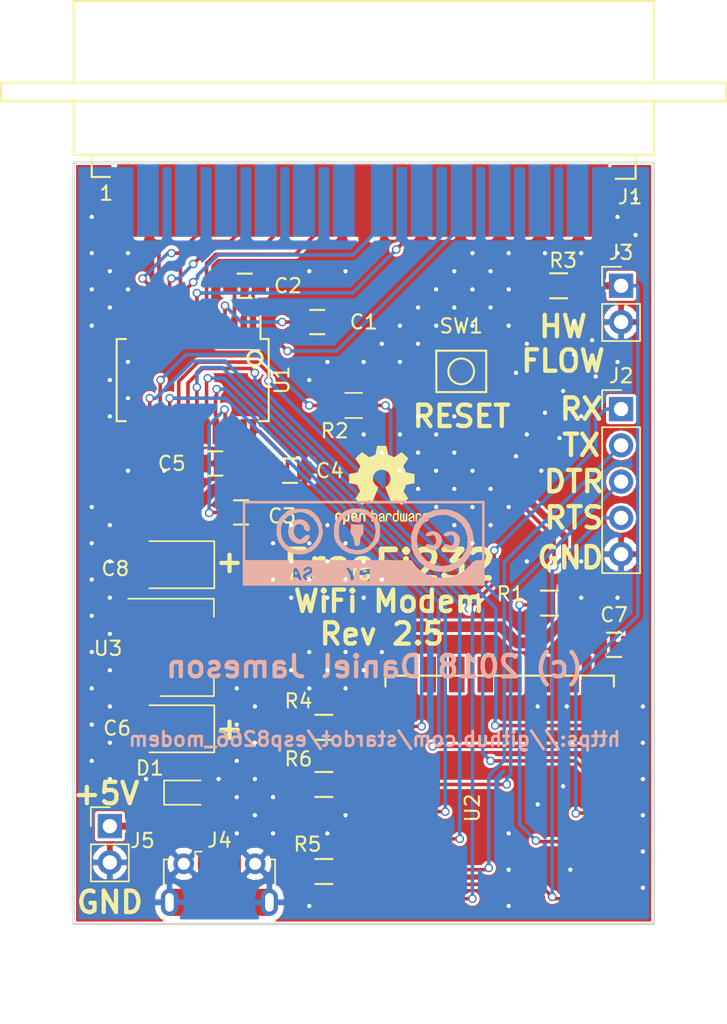
<source format=kicad_pcb>
(kicad_pcb (version 4) (host pcbnew 4.0.7)
  (title_block (title FreeFi232) (date 25/07/2018) (rev 2.5) (company "(c) 2018 Daniel Jameson") (comment 1 "CC-BY-SA 4.0"))
  (layers (0 F.Cu signal) (31 B.Cu signal) (34 B.Paste user) (35 F.Paste user) (36 B.SilkS user) (37 F.SilkS user) (38 B.Mask user) (39 F.Mask user) (44 Edge.Cuts user))
  (net 0 "")
  (net 1 "Net-(C1-Pad2)")
  (net 2 "Net-(C2-Pad1)")
  (net 3 "Net-(C2-Pad2)")
  (net 4 "Net-(C3-Pad1)")
  (net 5 GND)
  (net 6 +3V3)
  (net 7 +5V)
  (net 8 "Net-(D1-Pad2)")
  (net 9 Tx)
  (net 10 Rx)
  (net 11 RTS)
  (net 12 CTS)
  (net 13 DSR)
  (net 14 DCD)
  (net 15 DTR)
  (net 16 TXD0)
  (net 17 RXD0)
  (net 18 "Net-(R1-Pad2)")
  (net 19 RESET)
  (net 20 iDTR)
  (net 21 GPIO13)
  (net 22 GPIO15)
  (net 23 "Net-(C3-Pad2)")
  (net 24 "Net-(C4-Pad2)")
  (net 25 RING)
  (net 26 GPIO16)
  (net 27 GPIO5)
  (net 28 GPIO4)
  (net 29 "Net-(J1-Pad9)")
  (net 30 "Net-(J1-Pad10)")
  (net 31 "Net-(J1-Pad11)")
  (net 32 "Net-(J1-Pad12)")
  (net 33 "Net-(J1-Pad13)")
  (net 34 "Net-(J1-Pad14)")
  (net 35 "Net-(J1-Pad15)")
  (net 36 "Net-(J1-Pad16)")
  (net 37 "Net-(J1-Pad17)")
  (net 38 "Net-(J1-Pad18)")
  (net 39 "Net-(J1-Pad19)")
  (net 40 "Net-(J1-Pad21)")
  (net 41 "Net-(J1-Pad23)")
  (net 42 "Net-(J1-Pad24)")
  (net 43 "Net-(J1-Pad25)")
  (net 44 "Net-(J4-Pad2)")
  (net 45 "Net-(J4-Pad4)")
  (net 46 "Net-(J4-Pad3)")
  (net 47 "Net-(U1-Pad16)")
  (net 48 GPIO14)
  (net 49 "Net-(U2-Pad2)")
  (net 50 "Net-(U2-Pad17)")
  (net 51 "Net-(U2-Pad18)")
  (net 52 "Net-(U2-Pad19)")
  (net 53 "Net-(U2-Pad20)")
  (net 54 "Net-(U2-Pad21)")
  (net 55 "Net-(U2-Pad22)")
  (net 56 GPIO12)
  (net 57 "Net-(U2-Pad11)")
  (net 58 RXD0A)
  (module stitchingVIA:VIA-0.6mm (layer F.Cu) (at 152.4 92.71)
    (fp_text reference REF** hide)
    (fp_text value VIA-0.6mm hide)
    (pad 1 thru_hole circle (at 0 0) (size 0.6 0.6) (drill 0.3) (layers *.Cu) (net 5 GND))
  )
  (module stitchingVIA:VIA-0.6mm (layer F.Cu) (at 156.21 96.52)
    (fp_text reference REF** hide)
    (fp_text value VIA-0.6mm hide)
    (pad 1 thru_hole circle (at 0 0) (size 0.6 0.6) (drill 0.3) (layers *.Cu) (net 5 GND))
  )
  (module stitchingVIA:VIA-0.6mm (layer F.Cu) (at 162.56 96.266)
    (fp_text reference REF** hide)
    (fp_text value VIA-0.6mm hide)
    (pad 1 thru_hole circle (at 0 0) (size 0.6 0.6) (drill 0.3) (layers *.Cu) (net 5 GND))
  )
  (module stitchingVIA:VIA-0.6mm (layer F.Cu) (at 163.83 122.428)
    (fp_text reference REF** hide)
    (fp_text value VIA-0.6mm hide)
    (pad 1 thru_hole circle (at 0 0) (size 0.6 0.6) (drill 0.3) (layers *.Cu) (net 5 GND))
  )
  (module stitchingVIA:VIA-0.6mm (layer F.Cu) (at 164.084 116.84)
    (fp_text reference REF** hide)
    (fp_text value VIA-0.6mm hide)
    (pad 1 thru_hole circle (at 0 0) (size 0.6 0.6) (drill 0.3) (layers *.Cu) (net 5 GND))
  )
  (module stitchingVIA:VIA-0.6mm (layer F.Cu) (at 162.052 116.84)
    (fp_text reference REF** hide)
    (fp_text value VIA-0.6mm hide)
    (pad 1 thru_hole circle (at 0 0) (size 0.6 0.6) (drill 0.3) (layers *.Cu) (net 5 GND))
  )
  (module stitchingVIA:VIA-0.6mm (layer F.Cu) (at 169.418 116.84)
    (fp_text reference REF** hide)
    (fp_text value VIA-0.6mm hide)
    (pad 1 thru_hole circle (at 0 0) (size 0.6 0.6) (drill 0.3) (layers *.Cu) (net 5 GND))
  )
  (module stitchingVIA:VIA-0.6mm (layer F.Cu) (at 169.418 129.54)
    (fp_text reference REF** hide)
    (fp_text value VIA-0.6mm hide)
    (pad 1 thru_hole circle (at 0 0) (size 0.6 0.6) (drill 0.3) (layers *.Cu) (net 5 GND))
  )
  (module stitchingVIA:VIA-0.6mm (layer F.Cu) (at 169.418 127)
    (fp_text reference REF** hide)
    (fp_text value VIA-0.6mm hide)
    (pad 1 thru_hole circle (at 0 0) (size 0.6 0.6) (drill 0.3) (layers *.Cu) (net 5 GND))
  )
  (module stitchingVIA:VIA-0.6mm (layer F.Cu) (at 169.418 124.46)
    (fp_text reference REF** hide)
    (fp_text value VIA-0.6mm hide)
    (pad 1 thru_hole circle (at 0 0) (size 0.6 0.6) (drill 0.3) (layers *.Cu) (net 5 GND))
  )
  (module stitchingVIA:VIA-0.6mm (layer F.Cu) (at 169.418 121.92)
    (fp_text reference REF** hide)
    (fp_text value VIA-0.6mm hide)
    (pad 1 thru_hole circle (at 0 0) (size 0.6 0.6) (drill 0.3) (layers *.Cu) (net 5 GND))
  )
  (module stitchingVIA:VIA-0.6mm (layer F.Cu) (at 169.418 119.38)
    (fp_text reference REF** hide)
    (fp_text value VIA-0.6mm hide)
    (pad 1 thru_hole circle (at 0 0) (size 0.6 0.6) (drill 0.3) (layers *.Cu) (net 5 GND))
  )
  (module stitchingVIA:VIA-0.6mm (layer F.Cu) (at 163.83 94.742)
    (fp_text reference REF** hide)
    (fp_text value VIA-0.6mm hide)
    (pad 1 thru_hole circle (at 0 0) (size 0.6 0.6) (drill 0.3) (layers *.Cu) (net 5 GND))
  )
  (module stitchingVIA:VIA-0.6mm (layer F.Cu) (at 166.116 93.726)
    (fp_text reference REF** hide)
    (fp_text value VIA-0.6mm hide)
    (pad 1 thru_hole circle (at 0 0) (size 0.6 0.6) (drill 0.3) (layers *.Cu) (net 5 GND))
  )
  (module stitchingVIA:VIA-0.6mm (layer F.Cu) (at 167.64 92.71)
    (fp_text reference REF** hide)
    (fp_text value VIA-0.6mm hide)
    (pad 1 thru_hole circle (at 0 0) (size 0.6 0.6) (drill 0.3) (layers *.Cu) (net 5 GND))
  )
  (module stitchingVIA:VIA-0.6mm (layer F.Cu) (at 165.862 91.186)
    (fp_text reference REF** hide)
    (fp_text value VIA-0.6mm hide)
    (pad 1 thru_hole circle (at 0 0) (size 0.6 0.6) (drill 0.3) (layers *.Cu) (net 5 GND))
  )
  (module stitchingVIA:VIA-0.6mm (layer F.Cu) (at 164.592 92.202)
    (fp_text reference REF** hide)
    (fp_text value VIA-0.6mm hide)
    (pad 1 thru_hole circle (at 0 0) (size 0.6 0.6) (drill 0.3) (layers *.Cu) (net 5 GND))
  )
  (module stitchingVIA:VIA-0.6mm (layer F.Cu) (at 164.592 89.916)
    (fp_text reference REF** hide)
    (fp_text value VIA-0.6mm hide)
    (pad 1 thru_hole circle (at 0 0) (size 0.6 0.6) (drill 0.3) (layers *.Cu) (net 5 GND))
  )
  (module stitchingVIA:VIA-0.6mm (layer F.Cu) (at 162.306 100.33)
    (fp_text reference REF** hide)
    (fp_text value VIA-0.6mm hide)
    (pad 1 thru_hole circle (at 0 0) (size 0.6 0.6) (drill 0.3) (layers *.Cu) (net 5 GND))
  )
  (module LOGO (layer B.Cu) (at 149.86 105.41 180)
    (fp_text reference G*** hide)
    (fp_text value LOGO hide)
  )
  (module stitchingVIA:VIA-0.6mm (layer F.Cu) (at 140.97 125.73)
    (fp_text reference REF** hide)
    (fp_text value VIA-0.6mm hide)
    (pad 1 thru_hole circle (at 0 0) (size 0.6 0.6) (drill 0.3) (layers *.Cu) (net 5 GND))
  )
  (module stitchingVIA:VIA-0.6mm (layer F.Cu) (at 143.51 125.73)
    (fp_text reference REF** hide)
    (fp_text value VIA-0.6mm hide)
    (pad 1 thru_hole circle (at 0 0) (size 0.6 0.6) (drill 0.3) (layers *.Cu) (net 5 GND))
  )
  (module stitchingVIA:VIA-0.6mm (layer F.Cu) (at 142.24 124.46)
    (fp_text reference REF** hide)
    (fp_text value VIA-0.6mm hide)
    (pad 1 thru_hole circle (at 0 0) (size 0.6 0.6) (drill 0.3) (layers *.Cu) (net 5 GND))
  )
  (module stitchingVIA:VIA-0.6mm (layer F.Cu) (at 160.02 130.81)
    (fp_text reference REF** hide)
    (fp_text value VIA-0.6mm hide)
    (pad 1 thru_hole circle (at 0 0) (size 0.6 0.6) (drill 0.3) (layers *.Cu) (net 5 GND))
  )
  (module stitchingVIA:VIA-0.6mm (layer F.Cu) (at 164.338 128.27)
    (fp_text reference REF** hide)
    (fp_text value VIA-0.6mm hide)
    (pad 1 thru_hole circle (at 0 0) (size 0.6 0.6) (drill 0.3) (layers *.Cu) (net 5 GND))
  )
  (module stitchingVIA:VIA-0.6mm (layer F.Cu) (at 162.052 123.698)
    (fp_text reference REF** hide)
    (fp_text value VIA-0.6mm hide)
    (pad 1 thru_hole circle (at 0 0) (size 0.6 0.6) (drill 0.3) (layers *.Cu) (net 5 GND))
  )
  (module stitchingVIA:VIA-0.6mm (layer F.Cu) (at 160.02 128.27)
    (fp_text reference REF** hide)
    (fp_text value VIA-0.6mm hide)
    (pad 1 thru_hole circle (at 0 0) (size 0.6 0.6) (drill 0.3) (layers *.Cu) (net 5 GND))
  )
  (module stitchingVIA:VIA-0.6mm (layer F.Cu) (at 160.02 125.73)
    (fp_text reference REF** hide)
    (fp_text value VIA-0.6mm hide)
    (pad 1 thru_hole circle (at 0 0) (size 0.6 0.6) (drill 0.3) (layers *.Cu) (net 5 GND))
  )
  (module stitchingVIA:VIA-0.6mm (layer F.Cu) (at 148.59 86.36)
    (fp_text reference REF** hide)
    (fp_text value VIA-0.6mm hide)
    (pad 1 thru_hole circle (at 0 0) (size 0.6 0.6) (drill 0.3) (layers *.Cu) (net 5 GND))
  )
  (module stitchingVIA:VIA-0.6mm (layer F.Cu) (at 146.05 86.36)
    (fp_text reference REF** hide)
    (fp_text value VIA-0.6mm hide)
    (pad 1 thru_hole circle (at 0 0) (size 0.6 0.6) (drill 0.3) (layers *.Cu) (net 5 GND))
  )
  (module stitchingVIA:VIA-0.6mm (layer F.Cu) (at 167.64 109.22)
    (fp_text reference REF** hide)
    (fp_text value VIA-0.6mm hide)
    (pad 1 thru_hole circle (at 0 0) (size 0.6 0.6) (drill 0.3) (layers *.Cu) (net 5 GND))
  )
  (module stitchingVIA:VIA-0.6mm (layer F.Cu) (at 165.1 109.22)
    (fp_text reference REF** hide)
    (fp_text value VIA-0.6mm hide)
    (pad 1 thru_hole circle (at 0 0) (size 0.6 0.6) (drill 0.3) (layers *.Cu) (net 5 GND))
  )
  (module stitchingVIA:VIA-0.6mm (layer F.Cu) (at 165.1 106.68)
    (fp_text reference REF** hide)
    (fp_text value VIA-0.6mm hide)
    (pad 1 thru_hole circle (at 0 0) (size 0.6 0.6) (drill 0.3) (layers *.Cu) (net 5 GND))
  )
  (module stitchingVIA:VIA-0.6mm (layer F.Cu) (at 161.29 106.68)
    (fp_text reference REF** hide)
    (fp_text value VIA-0.6mm hide)
    (pad 1 thru_hole circle (at 0 0) (size 0.6 0.6) (drill 0.3) (layers *.Cu) (net 5 GND))
  )
  (module stitchingVIA:VIA-0.6mm (layer F.Cu) (at 160.02 102.87)
    (fp_text reference REF** hide)
    (fp_text value VIA-0.6mm hide)
    (pad 1 thru_hole circle (at 0 0) (size 0.6 0.6) (drill 0.3) (layers *.Cu) (net 5 GND))
  )
  (module stitchingVIA:VIA-0.6mm (layer F.Cu) (at 158.75 101.6)
    (fp_text reference REF** hide)
    (fp_text value VIA-0.6mm hide)
    (pad 1 thru_hole circle (at 0 0) (size 0.6 0.6) (drill 0.3) (layers *.Cu) (net 5 GND))
  )
  (module stitchingVIA:VIA-0.6mm (layer F.Cu) (at 158.75 104.14)
    (fp_text reference REF** hide)
    (fp_text value VIA-0.6mm hide)
    (pad 1 thru_hole circle (at 0 0) (size 0.6 0.6) (drill 0.3) (layers *.Cu) (net 5 GND))
  )
  (module stitchingVIA:VIA-0.6mm (layer F.Cu) (at 165.1 96.52)
    (fp_text reference REF** hide)
    (fp_text value VIA-0.6mm hide)
    (pad 1 thru_hole circle (at 0 0) (size 0.6 0.6) (drill 0.3) (layers *.Cu) (net 5 GND))
  )
  (module stitchingVIA:VIA-0.6mm (layer F.Cu) (at 160.528 93.472)
    (fp_text reference REF** hide)
    (fp_text value VIA-0.6mm hide)
    (pad 1 thru_hole circle (at 0 0) (size 0.6 0.6) (drill 0.3) (layers *.Cu) (net 5 GND))
  )
  (module stitchingVIA:VIA-0.6mm (layer F.Cu) (at 161.29 91.44)
    (fp_text reference REF** hide)
    (fp_text value VIA-0.6mm hide)
    (pad 1 thru_hole circle (at 0 0) (size 0.6 0.6) (drill 0.3) (layers *.Cu) (net 5 GND))
  )
  (module stitchingVIA:VIA-0.6mm (layer F.Cu) (at 160.02 90.17)
    (fp_text reference REF** hide)
    (fp_text value VIA-0.6mm hide)
    (pad 1 thru_hole circle (at 0 0) (size 0.6 0.6) (drill 0.3) (layers *.Cu) (net 5 GND))
  )
  (module stitchingVIA:VIA-0.6mm (layer F.Cu) (at 160.02 87.63)
    (fp_text reference REF** hide)
    (fp_text value VIA-0.6mm hide)
    (pad 1 thru_hole circle (at 0 0) (size 0.6 0.6) (drill 0.3) (layers *.Cu) (net 5 GND))
  )
  (module stitchingVIA:VIA-0.6mm (layer F.Cu) (at 158.75 88.9)
    (fp_text reference REF** hide)
    (fp_text value VIA-0.6mm hide)
    (pad 1 thru_hole circle (at 0 0) (size 0.6 0.6) (drill 0.3) (layers *.Cu) (net 5 GND))
  )
  (module stitchingVIA:VIA-0.6mm (layer F.Cu) (at 157.48 90.17)
    (fp_text reference REF** hide)
    (fp_text value VIA-0.6mm hide)
    (pad 1 thru_hole circle (at 0 0) (size 0.6 0.6) (drill 0.3) (layers *.Cu) (net 5 GND))
  )
  (module stitchingVIA:VIA-0.6mm (layer F.Cu) (at 154.94 90.17)
    (fp_text reference REF** hide)
    (fp_text value VIA-0.6mm hide)
    (pad 1 thru_hole circle (at 0 0) (size 0.6 0.6) (drill 0.3) (layers *.Cu) (net 5 GND))
  )
  (module stitchingVIA:VIA-0.6mm (layer F.Cu) (at 156.21 88.9)
    (fp_text reference REF** hide)
    (fp_text value VIA-0.6mm hide)
    (pad 1 thru_hole circle (at 0 0) (size 0.6 0.6) (drill 0.3) (layers *.Cu) (net 5 GND))
  )
  (module stitchingVIA:VIA-0.6mm (layer F.Cu) (at 157.48 87.63)
    (fp_text reference REF** hide)
    (fp_text value VIA-0.6mm hide)
    (pad 1 thru_hole circle (at 0 0) (size 0.6 0.6) (drill 0.3) (layers *.Cu) (net 5 GND))
  )
  (module stitchingVIA:VIA-0.6mm (layer F.Cu) (at 168.91 81.28)
    (fp_text reference REF** hide)
    (fp_text value VIA-0.6mm hide)
    (pad 1 thru_hole circle (at 0 0) (size 0.6 0.6) (drill 0.3) (layers *.Cu) (net 5 GND))
  )
  (module stitchingVIA:VIA-0.6mm (layer F.Cu) (at 167.64 82.55)
    (fp_text reference REF** hide)
    (fp_text value VIA-0.6mm hide)
    (pad 1 thru_hole circle (at 0 0) (size 0.6 0.6) (drill 0.3) (layers *.Cu) (net 5 GND))
  )
  (module stitchingVIA:VIA-0.6mm (layer F.Cu) (at 168.91 83.82)
    (fp_text reference REF** hide)
    (fp_text value VIA-0.6mm hide)
    (pad 1 thru_hole circle (at 0 0) (size 0.6 0.6) (drill 0.3) (layers *.Cu) (net 5 GND))
  )
  (module stitchingVIA:VIA-0.6mm (layer F.Cu) (at 167.64 85.09)
    (fp_text reference REF** hide)
    (fp_text value VIA-0.6mm hide)
    (pad 1 thru_hole circle (at 0 0) (size 0.6 0.6) (drill 0.3) (layers *.Cu) (net 5 GND))
  )
  (module stitchingVIA:VIA-0.6mm (layer F.Cu) (at 165.1 85.09)
    (fp_text reference REF** hide)
    (fp_text value VIA-0.6mm hide)
    (pad 1 thru_hole circle (at 0 0) (size 0.6 0.6) (drill 0.3) (layers *.Cu) (net 5 GND))
  )
  (module stitchingVIA:VIA-0.6mm (layer F.Cu) (at 162.56 85.09)
    (fp_text reference REF** hide)
    (fp_text value VIA-0.6mm hide)
    (pad 1 thru_hole circle (at 0 0) (size 0.6 0.6) (drill 0.3) (layers *.Cu) (net 5 GND))
  )
  (module stitchingVIA:VIA-0.6mm (layer F.Cu) (at 160.02 85.09)
    (fp_text reference REF** hide)
    (fp_text value VIA-0.6mm hide)
    (pad 1 thru_hole circle (at 0 0) (size 0.6 0.6) (drill 0.3) (layers *.Cu) (net 5 GND))
  )
  (module stitchingVIA:VIA-0.6mm (layer F.Cu) (at 158.75 86.36)
    (fp_text reference REF** hide)
    (fp_text value VIA-0.6mm hide)
    (pad 1 thru_hole circle (at 0 0) (size 0.6 0.6) (drill 0.3) (layers *.Cu) (net 5 GND))
  )
  (module stitchingVIA:VIA-0.6mm (layer F.Cu) (at 157.48 85.09)
    (fp_text reference REF** hide)
    (fp_text value VIA-0.6mm hide)
    (pad 1 thru_hole circle (at 0 0) (size 0.6 0.6) (drill 0.3) (layers *.Cu) (net 5 GND))
  )
  (module stitchingVIA:VIA-0.6mm (layer F.Cu) (at 156.21 86.36)
    (fp_text reference REF** hide)
    (fp_text value VIA-0.6mm hide)
    (pad 1 thru_hole circle (at 0 0) (size 0.6 0.6) (drill 0.3) (layers *.Cu) (net 5 GND))
  )
  (module stitchingVIA:VIA-0.6mm (layer F.Cu) (at 154.94 87.63)
    (fp_text reference REF** hide)
    (fp_text value VIA-0.6mm hide)
    (pad 1 thru_hole circle (at 0 0) (size 0.6 0.6) (drill 0.3) (layers *.Cu) (net 5 GND))
  )
  (module stitchingVIA:VIA-0.6mm (layer F.Cu) (at 153.67 88.9)
    (fp_text reference REF** hide)
    (fp_text value VIA-0.6mm hide)
    (pad 1 thru_hole circle (at 0 0) (size 0.6 0.6) (drill 0.3) (layers *.Cu) (net 5 GND))
  )
  (module stitchingVIA:VIA-0.6mm (layer F.Cu) (at 152.4 90.17)
    (fp_text reference REF** hide)
    (fp_text value VIA-0.6mm hide)
    (pad 1 thru_hole circle (at 0 0) (size 0.6 0.6) (drill 0.3) (layers *.Cu) (net 5 GND))
  )
  (module stitchingVIA:VIA-0.6mm (layer F.Cu) (at 151.13 91.44)
    (fp_text reference REF** hide)
    (fp_text value VIA-0.6mm hide)
    (pad 1 thru_hole circle (at 0 0) (size 0.6 0.6) (drill 0.3) (layers *.Cu) (net 5 GND))
  )
  (module stitchingVIA:VIA-0.6mm (layer F.Cu) (at 157.48 100.33)
    (fp_text reference REF** hide)
    (fp_text value VIA-0.6mm hide)
    (pad 1 thru_hole circle (at 0 0) (size 0.6 0.6) (drill 0.3) (layers *.Cu) (net 5 GND))
  )
  (module stitchingVIA:VIA-0.6mm (layer F.Cu) (at 156.21 99.06)
    (fp_text reference REF** hide)
    (fp_text value VIA-0.6mm hide)
    (pad 1 thru_hole circle (at 0 0) (size 0.6 0.6) (drill 0.3) (layers *.Cu) (net 5 GND))
  )
  (module stitchingVIA:VIA-0.6mm (layer F.Cu) (at 154.94 97.79)
    (fp_text reference REF** hide)
    (fp_text value VIA-0.6mm hide)
    (pad 1 thru_hole circle (at 0 0) (size 0.6 0.6) (drill 0.3) (layers *.Cu) (net 5 GND))
  )
  (module stitchingVIA:VIA-0.6mm (layer F.Cu) (at 153.67 96.52)
    (fp_text reference REF** hide)
    (fp_text value VIA-0.6mm hide)
    (pad 1 thru_hole circle (at 0 0) (size 0.6 0.6) (drill 0.3) (layers *.Cu) (net 5 GND))
  )
  (module stitchingVIA:VIA-0.6mm (layer F.Cu) (at 163.576 98.044 180)
    (fp_text reference REF** hide)
    (fp_text value VIA-0.6mm hide)
    (pad 1 thru_hole circle (at 0 0 180) (size 0.6 0.6) (drill 0.3) (layers *.Cu) (net 5 GND))
  )
  (module stitchingVIA:VIA-0.6mm (layer F.Cu) (at 153.67 91.44 180)
    (fp_text reference REF** hide)
    (fp_text value VIA-0.6mm hide)
    (pad 1 thru_hole circle (at 0 0 180) (size 0.6 0.6) (drill 0.3) (layers *.Cu) (net 5 GND))
  )
  (module stitchingVIA:VIA-0.6mm (layer F.Cu) (at 149.86 92.71)
    (fp_text reference REF** hide)
    (fp_text value VIA-0.6mm hide)
    (pad 1 thru_hole circle (at 0 0) (size 0.6 0.6) (drill 0.3) (layers *.Cu) (net 5 GND))
  )
  (module stitchingVIA:VIA-0.6mm (layer F.Cu) (at 160.528 99.314 180)
    (fp_text reference REF** hide)
    (fp_text value VIA-0.6mm hide)
    (pad 1 thru_hole circle (at 0 0 180) (size 0.6 0.6) (drill 0.3) (layers *.Cu) (net 5 GND))
  )
  (module stitchingVIA:VIA-0.6mm (layer F.Cu) (at 152.4 97.79)
    (fp_text reference REF** hide)
    (fp_text value VIA-0.6mm hide)
    (pad 1 thru_hole circle (at 0 0) (size 0.6 0.6) (drill 0.3) (layers *.Cu) (net 5 GND))
  )
  (module stitchingVIA:VIA-0.6mm (layer F.Cu) (at 153.67 99.06)
    (fp_text reference REF** hide)
    (fp_text value VIA-0.6mm hide)
    (pad 1 thru_hole circle (at 0 0) (size 0.6 0.6) (drill 0.3) (layers *.Cu) (net 5 GND))
  )
  (module stitchingVIA:VIA-0.6mm (layer F.Cu) (at 154.94 100.33)
    (fp_text reference REF** hide)
    (fp_text value VIA-0.6mm hide)
    (pad 1 thru_hole circle (at 0 0) (size 0.6 0.6) (drill 0.3) (layers *.Cu) (net 5 GND))
  )
  (module stitchingVIA:VIA-0.6mm (layer F.Cu) (at 156.21 101.6)
    (fp_text reference REF** hide)
    (fp_text value VIA-0.6mm hide)
    (pad 1 thru_hole circle (at 0 0) (size 0.6 0.6) (drill 0.3) (layers *.Cu) (net 5 GND))
  )
  (module stitchingVIA:VIA-0.6mm (layer F.Cu) (at 157.48 102.87)
    (fp_text reference REF** hide)
    (fp_text value VIA-0.6mm hide)
    (pad 1 thru_hole circle (at 0 0) (size 0.6 0.6) (drill 0.3) (layers *.Cu) (net 5 GND))
  )
  (module stitchingVIA:VIA-0.6mm (layer F.Cu) (at 157.48 105.41)
    (fp_text reference REF** hide)
    (fp_text value VIA-0.6mm hide)
    (pad 1 thru_hole circle (at 0 0) (size 0.6 0.6) (drill 0.3) (layers *.Cu) (net 5 GND))
  )
  (module stitchingVIA:VIA-0.6mm (layer F.Cu) (at 156.21 104.14)
    (fp_text reference REF** hide)
    (fp_text value VIA-0.6mm hide)
    (pad 1 thru_hole circle (at 0 0) (size 0.6 0.6) (drill 0.3) (layers *.Cu) (net 5 GND))
  )
  (module stitchingVIA:VIA-0.6mm (layer F.Cu) (at 154.94 102.87)
    (fp_text reference REF** hide)
    (fp_text value VIA-0.6mm hide)
    (pad 1 thru_hole circle (at 0 0) (size 0.6 0.6) (drill 0.3) (layers *.Cu) (net 5 GND))
  )
  (module stitchingVIA:VIA-0.6mm (layer F.Cu) (at 153.67 101.6)
    (fp_text reference REF** hide)
    (fp_text value VIA-0.6mm hide)
    (pad 1 thru_hole circle (at 0 0) (size 0.6 0.6) (drill 0.3) (layers *.Cu) (net 5 GND))
  )
  (module stitchingVIA:VIA-0.6mm (layer F.Cu) (at 152.4 100.33)
    (fp_text reference REF** hide)
    (fp_text value VIA-0.6mm hide)
    (pad 1 thru_hole circle (at 0 0) (size 0.6 0.6) (drill 0.3) (layers *.Cu) (net 5 GND))
  )
  (module stitchingVIA:VIA-0.6mm (layer F.Cu) (at 151.13 99.06)
    (fp_text reference REF** hide)
    (fp_text value VIA-0.6mm hide)
    (pad 1 thru_hole circle (at 0 0) (size 0.6 0.6) (drill 0.3) (layers *.Cu) (net 5 GND))
  )
  (module stitchingVIA:VIA-0.6mm (layer F.Cu) (at 149.86 97.79)
    (fp_text reference REF** hide)
    (fp_text value VIA-0.6mm hide)
    (pad 1 thru_hole circle (at 0 0) (size 0.6 0.6) (drill 0.3) (layers *.Cu) (net 5 GND))
  )
  (module stitchingVIA:VIA-0.6mm (layer F.Cu) (at 161.29 97.79)
    (fp_text reference REF** hide)
    (fp_text value VIA-0.6mm hide)
    (pad 1 thru_hole circle (at 0 0) (size 0.6 0.6) (drill 0.3) (layers *.Cu) (net 5 GND))
  )
  (module stitchingVIA:VIA-0.6mm (layer F.Cu) (at 147.32 92.71)
    (fp_text reference REF** hide)
    (fp_text value VIA-0.6mm hide)
    (pad 1 thru_hole circle (at 0 0) (size 0.6 0.6) (drill 0.3) (layers *.Cu) (net 5 GND))
  )
  (module stitchingVIA:VIA-0.6mm (layer F.Cu) (at 146.05 93.98)
    (fp_text reference REF** hide)
    (fp_text value VIA-0.6mm hide)
    (pad 1 thru_hole circle (at 0 0) (size 0.6 0.6) (drill 0.3) (layers *.Cu) (net 5 GND))
  )
  (module stitchingVIA:VIA-0.6mm (layer F.Cu) (at 151.13 107.95)
    (fp_text reference REF** hide)
    (fp_text value VIA-0.6mm hide)
    (pad 1 thru_hole circle (at 0 0) (size 0.6 0.6) (drill 0.3) (layers *.Cu) (net 5 GND))
  )
  (module stitchingVIA:VIA-0.6mm (layer F.Cu) (at 149.86 106.68)
    (fp_text reference REF** hide)
    (fp_text value VIA-0.6mm hide)
    (pad 1 thru_hole circle (at 0 0) (size 0.6 0.6) (drill 0.3) (layers *.Cu) (net 5 GND))
  )
  (module stitchingVIA:VIA-0.6mm (layer F.Cu) (at 149.86 109.22)
    (fp_text reference REF** hide)
    (fp_text value VIA-0.6mm hide)
    (pad 1 thru_hole circle (at 0 0) (size 0.6 0.6) (drill 0.3) (layers *.Cu) (net 5 GND))
  )
  (module stitchingVIA:VIA-0.6mm (layer F.Cu) (at 147.32 109.22)
    (fp_text reference REF** hide)
    (fp_text value VIA-0.6mm hide)
    (pad 1 thru_hole circle (at 0 0) (size 0.6 0.6) (drill 0.3) (layers *.Cu) (net 5 GND))
  )
  (module stitchingVIA:VIA-0.6mm (layer F.Cu) (at 148.59 107.95)
    (fp_text reference REF** hide)
    (fp_text value VIA-0.6mm hide)
    (pad 1 thru_hole circle (at 0 0) (size 0.6 0.6) (drill 0.3) (layers *.Cu) (net 5 GND))
  )
  (module stitchingVIA:VIA-0.6mm (layer F.Cu) (at 147.32 106.68)
    (fp_text reference REF** hide)
    (fp_text value VIA-0.6mm hide)
    (pad 1 thru_hole circle (at 0 0) (size 0.6 0.6) (drill 0.3) (layers *.Cu) (net 5 GND))
  )
  (module stitchingVIA:VIA-0.6mm (layer F.Cu) (at 148.59 105.41)
    (fp_text reference REF** hide)
    (fp_text value VIA-0.6mm hide)
    (pad 1 thru_hole circle (at 0 0) (size 0.6 0.6) (drill 0.3) (layers *.Cu) (net 5 GND))
  )
  (module stitchingVIA:VIA-0.6mm (layer F.Cu) (at 147.32 104.14)
    (fp_text reference REF** hide)
    (fp_text value VIA-0.6mm hide)
    (pad 1 thru_hole circle (at 0 0) (size 0.6 0.6) (drill 0.3) (layers *.Cu) (net 5 GND))
  )
  (module stitchingVIA:VIA-0.6mm (layer F.Cu) (at 146.05 107.95)
    (fp_text reference REF** hide)
    (fp_text value VIA-0.6mm hide)
    (pad 1 thru_hole circle (at 0 0) (size 0.6 0.6) (drill 0.3) (layers *.Cu) (net 5 GND))
  )
  (module stitchingVIA:VIA-0.6mm (layer F.Cu) (at 146.05 105.41)
    (fp_text reference REF** hide)
    (fp_text value VIA-0.6mm hide)
    (pad 1 thru_hole circle (at 0 0) (size 0.6 0.6) (drill 0.3) (layers *.Cu) (net 5 GND))
  )
  (module stitchingVIA:VIA-0.6mm (layer F.Cu) (at 144.78 104.14)
    (fp_text reference REF** hide)
    (fp_text value VIA-0.6mm hide)
    (pad 1 thru_hole circle (at 0 0) (size 0.6 0.6) (drill 0.3) (layers *.Cu) (net 5 GND))
  )
  (module stitchingVIA:VIA-0.6mm (layer F.Cu) (at 143.51 105.41)
    (fp_text reference REF** hide)
    (fp_text value VIA-0.6mm hide)
    (pad 1 thru_hole circle (at 0 0) (size 0.6 0.6) (drill 0.3) (layers *.Cu) (net 5 GND))
  )
  (module stitchingVIA:VIA-0.6mm (layer F.Cu) (at 144.78 106.68)
    (fp_text reference REF** hide)
    (fp_text value VIA-0.6mm hide)
    (pad 1 thru_hole circle (at 0 0) (size 0.6 0.6) (drill 0.3) (layers *.Cu) (net 5 GND))
  )
  (module stitchingVIA:VIA-0.6mm (layer F.Cu) (at 143.51 107.95)
    (fp_text reference REF** hide)
    (fp_text value VIA-0.6mm hide)
    (pad 1 thru_hole circle (at 0 0) (size 0.6 0.6) (drill 0.3) (layers *.Cu) (net 5 GND))
  )
  (module stitchingVIA:VIA-0.6mm (layer F.Cu) (at 144.78 109.22)
    (fp_text reference REF** hide)
    (fp_text value VIA-0.6mm hide)
    (pad 1 thru_hole circle (at 0 0) (size 0.6 0.6) (drill 0.3) (layers *.Cu) (net 5 GND))
  )
  (module stitchingVIA:VIA-0.6mm (layer F.Cu) (at 146.05 130.81)
    (fp_text reference REF** hide)
    (fp_text value VIA-0.6mm hide)
    (pad 1 thru_hole circle (at 0 0) (size 0.6 0.6) (drill 0.3) (layers *.Cu) (net 5 GND))
  )
  (module stitchingVIA:VIA-0.6mm (layer F.Cu) (at 147.32 125.73)
    (fp_text reference REF** hide)
    (fp_text value VIA-0.6mm hide)
    (pad 1 thru_hole circle (at 0 0) (size 0.6 0.6) (drill 0.3) (layers *.Cu) (net 5 GND))
  )
  (module stitchingVIA:VIA-0.6mm (layer F.Cu) (at 148.59 124.46)
    (fp_text reference REF** hide)
    (fp_text value VIA-0.6mm hide)
    (pad 1 thru_hole circle (at 0 0) (size 0.6 0.6) (drill 0.3) (layers *.Cu) (net 5 GND))
  )
  (module stitchingVIA:VIA-0.6mm (layer F.Cu) (at 151.13 113.03)
    (fp_text reference REF** hide)
    (fp_text value VIA-0.6mm hide)
    (pad 1 thru_hole circle (at 0 0) (size 0.6 0.6) (drill 0.3) (layers *.Cu) (net 5 GND))
  )
  (module stitchingVIA:VIA-0.6mm (layer F.Cu) (at 149.86 114.3)
    (fp_text reference REF** hide)
    (fp_text value VIA-0.6mm hide)
    (pad 1 thru_hole circle (at 0 0) (size 0.6 0.6) (drill 0.3) (layers *.Cu) (net 5 GND))
  )
  (module stitchingVIA:VIA-0.6mm (layer F.Cu) (at 148.59 113.03)
    (fp_text reference REF** hide)
    (fp_text value VIA-0.6mm hide)
    (pad 1 thru_hole circle (at 0 0) (size 0.6 0.6) (drill 0.3) (layers *.Cu) (net 5 GND))
  )
  (module stitchingVIA:VIA-0.6mm (layer F.Cu) (at 148.59 115.57)
    (fp_text reference REF** hide)
    (fp_text value VIA-0.6mm hide)
    (pad 1 thru_hole circle (at 0 0) (size 0.6 0.6) (drill 0.3) (layers *.Cu) (net 5 GND))
  )
  (module stitchingVIA:VIA-0.6mm (layer F.Cu) (at 146.05 115.57)
    (fp_text reference REF** hide)
    (fp_text value VIA-0.6mm hide)
    (pad 1 thru_hole circle (at 0 0) (size 0.6 0.6) (drill 0.3) (layers *.Cu) (net 5 GND))
  )
  (module stitchingVIA:VIA-0.6mm (layer F.Cu) (at 147.32 114.3)
    (fp_text reference REF** hide)
    (fp_text value VIA-0.6mm hide)
    (pad 1 thru_hole circle (at 0 0) (size 0.6 0.6) (drill 0.3) (layers *.Cu) (net 5 GND))
  )
  (module stitchingVIA:VIA-0.6mm (layer F.Cu) (at 144.78 114.3)
    (fp_text reference REF** hide)
    (fp_text value VIA-0.6mm hide)
    (pad 1 thru_hole circle (at 0 0) (size 0.6 0.6) (drill 0.3) (layers *.Cu) (net 5 GND))
  )
  (module stitchingVIA:VIA-0.6mm (layer F.Cu) (at 146.05 113.03)
    (fp_text reference REF** hide)
    (fp_text value VIA-0.6mm hide)
    (pad 1 thru_hole circle (at 0 0) (size 0.6 0.6) (drill 0.3) (layers *.Cu) (net 5 GND))
  )
  (module stitchingVIA:VIA-0.6mm (layer F.Cu) (at 140.97 123.19)
    (fp_text reference REF** hide)
    (fp_text value VIA-0.6mm hide)
    (pad 1 thru_hole circle (at 0 0) (size 0.6 0.6) (drill 0.3) (layers *.Cu) (net 5 GND))
  )
  (module stitchingVIA:VIA-0.6mm (layer F.Cu) (at 143.51 123.19)
    (fp_text reference REF** hide)
    (fp_text value VIA-0.6mm hide)
    (pad 1 thru_hole circle (at 0 0) (size 0.6 0.6) (drill 0.3) (layers *.Cu) (net 5 GND))
  )
  (module stitchingVIA:VIA-0.6mm (layer F.Cu) (at 142.24 121.92)
    (fp_text reference REF** hide)
    (fp_text value VIA-0.6mm hide)
    (pad 1 thru_hole circle (at 0 0) (size 0.6 0.6) (drill 0.3) (layers *.Cu) (net 5 GND))
  )
  (module stitchingVIA:VIA-0.6mm (layer F.Cu) (at 139.7 121.92)
    (fp_text reference REF** hide)
    (fp_text value VIA-0.6mm hide)
    (pad 1 thru_hole circle (at 0 0) (size 0.6 0.6) (drill 0.3) (layers *.Cu) (net 5 GND))
  )
  (module stitchingVIA:VIA-0.6mm (layer F.Cu) (at 140.97 120.65)
    (fp_text reference REF** hide)
    (fp_text value VIA-0.6mm hide)
    (pad 1 thru_hole circle (at 0 0) (size 0.6 0.6) (drill 0.3) (layers *.Cu) (net 5 GND))
  )
  (module stitchingVIA:VIA-0.6mm (layer F.Cu) (at 142.24 119.38)
    (fp_text reference REF** hide)
    (fp_text value VIA-0.6mm hide)
    (pad 1 thru_hole circle (at 0 0) (size 0.6 0.6) (drill 0.3) (layers *.Cu) (net 5 GND))
  )
  (module stitchingVIA:VIA-0.6mm (layer F.Cu) (at 140.97 118.11)
    (fp_text reference REF** hide)
    (fp_text value VIA-0.6mm hide)
    (pad 1 thru_hole circle (at 0 0) (size 0.6 0.6) (drill 0.3) (layers *.Cu) (net 5 GND))
  )
  (module stitchingVIA:VIA-0.6mm (layer F.Cu) (at 142.24 116.84)
    (fp_text reference REF** hide)
    (fp_text value VIA-0.6mm hide)
    (pad 1 thru_hole circle (at 0 0) (size 0.6 0.6) (drill 0.3) (layers *.Cu) (net 5 GND))
  )
  (module stitchingVIA:VIA-0.6mm (layer F.Cu) (at 140.97 115.57)
    (fp_text reference REF** hide)
    (fp_text value VIA-0.6mm hide)
    (pad 1 thru_hole circle (at 0 0) (size 0.6 0.6) (drill 0.3) (layers *.Cu) (net 5 GND))
  )
  (module stitchingVIA:VIA-0.6mm (layer F.Cu) (at 135.89 100.33)
    (fp_text reference REF** hide)
    (fp_text value VIA-0.6mm hide)
    (pad 1 thru_hole circle (at 0 0) (size 0.6 0.6) (drill 0.3) (layers *.Cu) (net 5 GND))
  )
  (module stitchingVIA:VIA-0.6mm (layer F.Cu) (at 133.35 100.33)
    (fp_text reference REF** hide)
    (fp_text value VIA-0.6mm hide)
    (pad 1 thru_hole circle (at 0 0) (size 0.6 0.6) (drill 0.3) (layers *.Cu) (net 5 GND))
  )
  (module stitchingVIA:VIA-0.6mm (layer F.Cu) (at 132.08 96.52)
    (fp_text reference REF** hide)
    (fp_text value VIA-0.6mm hide)
    (pad 1 thru_hole circle (at 0 0) (size 0.6 0.6) (drill 0.3) (layers *.Cu) (net 5 GND))
  )
  (module stitchingVIA:VIA-0.6mm (layer F.Cu) (at 133.35 95.25)
    (fp_text reference REF** hide)
    (fp_text value VIA-0.6mm hide)
    (pad 1 thru_hole circle (at 0 0) (size 0.6 0.6) (drill 0.3) (layers *.Cu) (net 5 GND))
  )
  (module stitchingVIA:VIA-0.6mm (layer F.Cu) (at 132.08 93.98)
    (fp_text reference REF** hide)
    (fp_text value VIA-0.6mm hide)
    (pad 1 thru_hole circle (at 0 0) (size 0.6 0.6) (drill 0.3) (layers *.Cu) (net 5 GND))
  )
  (module stitchingVIA:VIA-0.6mm (layer F.Cu) (at 133.35 92.71)
    (fp_text reference REF** hide)
    (fp_text value VIA-0.6mm hide)
    (pad 1 thru_hole circle (at 0 0) (size 0.6 0.6) (drill 0.3) (layers *.Cu) (net 5 GND))
  )
  (module stitchingVIA:VIA-0.6mm (layer F.Cu) (at 132.08 88.9)
    (fp_text reference REF** hide)
    (fp_text value VIA-0.6mm hide)
    (pad 1 thru_hole circle (at 0 0) (size 0.6 0.6) (drill 0.3) (layers *.Cu) (net 5 GND))
  )
  (module stitchingVIA:VIA-0.6mm (layer F.Cu) (at 130.81 90.17)
    (fp_text reference REF** hide)
    (fp_text value VIA-0.6mm hide)
    (pad 1 thru_hole circle (at 0 0) (size 0.6 0.6) (drill 0.3) (layers *.Cu) (net 5 GND))
  )
  (module stitchingVIA:VIA-0.6mm (layer F.Cu) (at 133.35 85.09)
    (fp_text reference REF** hide)
    (fp_text value VIA-0.6mm hide)
    (pad 1 thru_hole circle (at 0 0) (size 0.6 0.6) (drill 0.3) (layers *.Cu) (net 5 GND))
  )
  (module stitchingVIA:VIA-0.6mm (layer F.Cu) (at 133.35 87.63)
    (fp_text reference REF** hide)
    (fp_text value VIA-0.6mm hide)
    (pad 1 thru_hole circle (at 0 0) (size 0.6 0.6) (drill 0.3) (layers *.Cu) (net 5 GND))
  )
  (module stitchingVIA:VIA-0.6mm (layer F.Cu) (at 132.08 86.36)
    (fp_text reference REF** hide)
    (fp_text value VIA-0.6mm hide)
    (pad 1 thru_hole circle (at 0 0) (size 0.6 0.6) (drill 0.3) (layers *.Cu) (net 5 GND))
  )
  (module stitchingVIA:VIA-0.6mm (layer F.Cu) (at 134.62 121.92)
    (fp_text reference REF** hide)
    (fp_text value VIA-0.6mm hide)
    (pad 1 thru_hole circle (at 0 0) (size 0.6 0.6) (drill 0.3) (layers *.Cu) (net 5 GND))
  )
  (module stitchingVIA:VIA-0.6mm (layer F.Cu) (at 132.08 121.92)
    (fp_text reference REF** hide)
    (fp_text value VIA-0.6mm hide)
    (pad 1 thru_hole circle (at 0 0) (size 0.6 0.6) (drill 0.3) (layers *.Cu) (net 5 GND))
  )
  (module stitchingVIA:VIA-0.6mm (layer F.Cu) (at 130.81 120.65)
    (fp_text reference REF** hide)
    (fp_text value VIA-0.6mm hide)
    (pad 1 thru_hole circle (at 0 0) (size 0.6 0.6) (drill 0.3) (layers *.Cu) (net 5 GND))
  )
  (module stitchingVIA:VIA-0.6mm (layer F.Cu) (at 132.08 119.38)
    (fp_text reference REF** hide)
    (fp_text value VIA-0.6mm hide)
    (pad 1 thru_hole circle (at 0 0) (size 0.6 0.6) (drill 0.3) (layers *.Cu) (net 5 GND))
  )
  (module stitchingVIA:VIA-0.6mm (layer F.Cu) (at 130.81 118.11)
    (fp_text reference REF** hide)
    (fp_text value VIA-0.6mm hide)
    (pad 1 thru_hole circle (at 0 0) (size 0.6 0.6) (drill 0.3) (layers *.Cu) (net 5 GND))
  )
  (module stitchingVIA:VIA-0.6mm (layer F.Cu) (at 132.08 116.84)
    (fp_text reference REF** hide)
    (fp_text value VIA-0.6mm hide)
    (pad 1 thru_hole circle (at 0 0) (size 0.6 0.6) (drill 0.3) (layers *.Cu) (net 5 GND))
  )
  (module stitchingVIA:VIA-0.6mm (layer F.Cu) (at 130.81 115.57)
    (fp_text reference REF** hide)
    (fp_text value VIA-0.6mm hide)
    (pad 1 thru_hole circle (at 0 0) (size 0.6 0.6) (drill 0.3) (layers *.Cu) (net 5 GND))
  )
  (module stitchingVIA:VIA-0.6mm (layer F.Cu) (at 132.08 114.3)
    (fp_text reference REF** hide)
    (fp_text value VIA-0.6mm hide)
    (pad 1 thru_hole circle (at 0 0) (size 0.6 0.6) (drill 0.3) (layers *.Cu) (net 5 GND))
  )
  (module stitchingVIA:VIA-0.6mm (layer F.Cu) (at 130.81 113.03)
    (fp_text reference REF** hide)
    (fp_text value VIA-0.6mm hide)
    (pad 1 thru_hole circle (at 0 0) (size 0.6 0.6) (drill 0.3) (layers *.Cu) (net 5 GND))
  )
  (module stitchingVIA:VIA-0.6mm (layer F.Cu) (at 132.08 111.76)
    (fp_text reference REF** hide)
    (fp_text value VIA-0.6mm hide)
    (pad 1 thru_hole circle (at 0 0) (size 0.6 0.6) (drill 0.3) (layers *.Cu) (net 5 GND))
  )
  (module stitchingVIA:VIA-0.6mm (layer F.Cu) (at 130.81 110.49)
    (fp_text reference REF** hide)
    (fp_text value VIA-0.6mm hide)
    (pad 1 thru_hole circle (at 0 0) (size 0.6 0.6) (drill 0.3) (layers *.Cu) (net 5 GND))
  )
  (module stitchingVIA:VIA-0.6mm (layer F.Cu) (at 132.08 109.22)
    (fp_text reference REF** hide)
    (fp_text value VIA-0.6mm hide)
    (pad 1 thru_hole circle (at 0 0) (size 0.6 0.6) (drill 0.3) (layers *.Cu) (net 5 GND))
  )
  (module stitchingVIA:VIA-0.6mm (layer F.Cu) (at 130.81 107.95)
    (fp_text reference REF** hide)
    (fp_text value VIA-0.6mm hide)
    (pad 1 thru_hole circle (at 0 0) (size 0.6 0.6) (drill 0.3) (layers *.Cu) (net 5 GND))
  )
  (module stitchingVIA:VIA-0.6mm (layer F.Cu) (at 132.08 106.68)
    (fp_text reference REF** hide)
    (fp_text value VIA-0.6mm hide)
    (pad 1 thru_hole circle (at 0 0) (size 0.6 0.6) (drill 0.3) (layers *.Cu) (net 5 GND))
  )
  (module stitchingVIA:VIA-0.6mm (layer F.Cu) (at 130.81 105.41)
    (fp_text reference REF** hide)
    (fp_text value VIA-0.6mm hide)
    (pad 1 thru_hole circle (at 0 0) (size 0.6 0.6) (drill 0.3) (layers *.Cu) (net 5 GND))
  )
  (module stitchingVIA:VIA-0.6mm (layer F.Cu) (at 132.08 104.14)
    (fp_text reference REF** hide)
    (fp_text value VIA-0.6mm hide)
    (pad 1 thru_hole circle (at 0 0) (size 0.6 0.6) (drill 0.3) (layers *.Cu) (net 5 GND))
  )
  (module stitchingVIA:VIA-0.6mm (layer F.Cu) (at 130.81 102.87)
    (fp_text reference REF** hide)
    (fp_text value VIA-0.6mm hide)
    (pad 1 thru_hole circle (at 0 0) (size 0.6 0.6) (drill 0.3) (layers *.Cu) (net 5 GND))
  )
  (module stitchingVIA:VIA-0.6mm (layer F.Cu) (at 130.81 87.63)
    (fp_text reference REF** hide)
    (fp_text value VIA-0.6mm hide)
    (pad 1 thru_hole circle (at 0 0) (size 0.6 0.6) (drill 0.3) (layers *.Cu) (net 5 GND))
  )
  (module stitchingVIA:VIA-0.6mm (layer F.Cu) (at 130.81 85.09)
    (fp_text reference REF** hide)
    (fp_text value VIA-0.6mm hide)
    (pad 1 thru_hole circle (at 0 0) (size 0.6 0.6) (drill 0.3) (layers *.Cu) (net 5 GND))
  )
  (module TO_SOT_Packages_SMD:SOT-223 (layer F.Cu) (at 137.459329 112.702843)
    (fp_text reference U3 (at -5.506329 0.073157) (layer F.SilkS))
    (fp_text value LM1117-3.3)
    (pad 4 smd rect (at 3.15 0) (size 2 3.8) (layers F.Cu F.Paste F.Mask))
    (pad 2 smd rect (at -3.15 0) (size 2 1.5) (layers F.Cu F.Paste F.Mask) (net 6 +3V3))
    (pad 3 smd rect (at -3.15 2.3) (size 2 1.5) (layers F.Cu F.Paste F.Mask) (net 7 +5V))
    (pad 1 smd rect (at -3.15 -2.3) (size 2 1.5) (layers F.Cu F.Paste F.Mask) (net 5 GND))
  )
  (module ESP8266:ESP-12E_SMD (layer F.Cu) (at 166.37 130.302 180)
    (fp_text reference U2 (at 8.89 6.35 270) (layer F.SilkS))
    (fp_text value ESP-12E hide)
    (pad 1 smd rect (at 0 0 180) (size 2.5 1.1) (drill (offset -0.7 0)) (layers F.Cu F.Paste F.Mask) (net 19 RESET))
    (pad 2 smd rect (at 0 2 180) (size 2.5 1.1) (drill (offset -0.7 0)) (layers F.Cu F.Paste F.Mask) (net 49 "Net-(U2-Pad2)"))
    (pad 3 smd rect (at 0 4 180) (size 2.5 1.1) (drill (offset -0.7 0)) (layers F.Cu F.Paste F.Mask) (net 18 "Net-(R1-Pad2)"))
    (pad 4 smd rect (at 0 6 180) (size 2.5 1.1) (drill (offset -0.7 0)) (layers F.Cu F.Paste F.Mask) (net 26 GPIO16))
    (pad 5 smd rect (at 0 8 180) (size 2.5 1.1) (drill (offset -0.7 0)) (layers F.Cu F.Paste F.Mask) (net 48 GPIO14))
    (pad 6 smd rect (at 0 10 180) (size 2.5 1.1) (drill (offset -0.7 0)) (layers F.Cu F.Paste F.Mask) (net 56 GPIO12))
    (pad 7 smd rect (at 0 12 180) (size 2.5 1.1) (drill (offset -0.7 0)) (layers F.Cu F.Paste F.Mask) (net 21 GPIO13))
    (pad 8 smd rect (at 0 14 180) (size 2.5 1.1) (drill (offset -0.7 0)) (layers F.Cu F.Paste F.Mask) (net 6 +3V3))
    (pad 9 smd rect (at 14 14 180) (size 2.5 1.1) (drill (offset 0.7 0)) (layers F.Cu F.Paste F.Mask) (net 5 GND))
    (pad 10 smd rect (at 14 12 180) (size 2.5 1.1) (drill (offset 0.7 0)) (layers F.Cu F.Paste F.Mask) (net 22 GPIO15))
    (pad 11 smd rect (at 14 10 180) (size 2.5 1.1) (drill (offset 0.7 0)) (layers F.Cu F.Paste F.Mask) (net 57 "Net-(U2-Pad11)"))
    (pad 12 smd rect (at 14 8 180) (size 2.5 1.1) (drill (offset 0.7 0)) (layers F.Cu F.Paste F.Mask) (net 20 iDTR))
    (pad 13 smd rect (at 14 6 180) (size 2.5 1.1) (drill (offset 0.7 0)) (layers F.Cu F.Paste F.Mask) (net 28 GPIO4))
    (pad 14 smd rect (at 14 4 180) (size 2.5 1.1) (drill (offset 0.7 0)) (layers F.Cu F.Paste F.Mask) (net 27 GPIO5))
    (pad 15 smd rect (at 14 2 180) (size 2.5 1.1) (drill (offset 0.7 0)) (layers F.Cu F.Paste F.Mask) (net 17 RXD0))
    (pad 16 smd rect (at 14 0 180) (size 2.5 1.1) (drill (offset 0.7 0)) (layers F.Cu F.Paste F.Mask) (net 16 TXD0))
    (pad 17 smd rect (at 1.99 15 270) (size 2.5 1.1) (drill (offset -0.7 0)) (layers F.Cu F.Paste F.Mask) (net 50 "Net-(U2-Pad17)"))
    (pad 18 smd rect (at 3.99 15 270) (size 2.5 1.1) (drill (offset -0.7 0)) (layers F.Cu F.Paste F.Mask) (net 51 "Net-(U2-Pad18)"))
    (pad 19 smd rect (at 5.99 15 270) (size 2.5 1.1) (drill (offset -0.7 0)) (layers F.Cu F.Paste F.Mask) (net 52 "Net-(U2-Pad19)"))
    (pad 20 smd rect (at 7.99 15 270) (size 2.5 1.1) (drill (offset -0.7 0)) (layers F.Cu F.Paste F.Mask) (net 53 "Net-(U2-Pad20)"))
    (pad 21 smd rect (at 9.99 15 270) (size 2.5 1.1) (drill (offset -0.7 0)) (layers F.Cu F.Paste F.Mask) (net 54 "Net-(U2-Pad21)"))
    (pad 22 smd rect (at 11.99 15 270) (size 2.5 1.1) (drill (offset -0.7 0)) (layers F.Cu F.Paste F.Mask) (net 55 "Net-(U2-Pad22)"))
  )
  (module Housings_SSOP:SSOP-28_5.3x10.2mm_Pitch0.65mm (layer F.Cu) (at 137.881 93.98 270)
    (fp_text reference U1 (at 0 -6.25 270) (layer F.SilkS))
    (fp_text value MAX3237)
    (pad 1 smd rect (at -3.6 -4.225 270) (size 1.75 0.45) (layers F.Cu F.Paste F.Mask) (net 2 "Net-(C2-Pad1)"))
    (pad 2 smd rect (at -3.6 -3.575 270) (size 1.75 0.45) (layers F.Cu F.Paste F.Mask) (net 5 GND))
    (pad 3 smd rect (at -3.6 -2.925 270) (size 1.75 0.45) (layers F.Cu F.Paste F.Mask) (net 3 "Net-(C2-Pad2)"))
    (pad 4 smd rect (at -3.6 -2.275 270) (size 1.75 0.45) (layers F.Cu F.Paste F.Mask) (net 1 "Net-(C1-Pad2)"))
    (pad 5 smd rect (at -3.6 -1.625 270) (size 1.75 0.45) (layers F.Cu F.Paste F.Mask) (net 25 RING))
    (pad 6 smd rect (at -3.6 -0.975 270) (size 1.75 0.45) (layers F.Cu F.Paste F.Mask) (net 13 DSR))
    (pad 7 smd rect (at -3.6 -0.325 270) (size 1.75 0.45) (layers F.Cu F.Paste F.Mask) (net 14 DCD))
    (pad 8 smd rect (at -3.6 0.325 270) (size 1.75 0.45) (layers F.Cu F.Paste F.Mask) (net 15 DTR))
    (pad 9 smd rect (at -3.6 0.975 270) (size 1.75 0.45) (layers F.Cu F.Paste F.Mask) (net 11 RTS))
    (pad 10 smd rect (at -3.6 1.625 270) (size 1.75 0.45) (layers F.Cu F.Paste F.Mask) (net 12 CTS))
    (pad 11 smd rect (at -3.6 2.275 270) (size 1.75 0.45) (layers F.Cu F.Paste F.Mask) (net 9 Tx))
    (pad 12 smd rect (at -3.6 2.925 270) (size 1.75 0.45) (layers F.Cu F.Paste F.Mask) (net 10 Rx))
    (pad 13 smd rect (at -3.6 3.575 270) (size 1.75 0.45) (layers F.Cu F.Paste F.Mask) (net 5 GND))
    (pad 14 smd rect (at -3.6 4.225 270) (size 1.75 0.45) (layers F.Cu F.Paste F.Mask) (net 6 +3V3))
    (pad 15 smd rect (at 3.6 4.225 270) (size 1.75 0.45) (layers F.Cu F.Paste F.Mask) (net 5 GND))
    (pad 16 smd rect (at 3.6 3.575 270) (size 1.75 0.45) (layers F.Cu F.Paste F.Mask) (net 47 "Net-(U1-Pad16)"))
    (pad 17 smd rect (at 3.6 2.925 270) (size 1.75 0.45) (layers F.Cu F.Paste F.Mask) (net 16 TXD0))
    (pad 18 smd rect (at 3.6 2.275 270) (size 1.75 0.45) (layers F.Cu F.Paste F.Mask) (net 58 RXD0A))
    (pad 19 smd rect (at 3.6 1.625 270) (size 1.75 0.45) (layers F.Cu F.Paste F.Mask) (net 22 GPIO15))
    (pad 20 smd rect (at 3.6 0.975 270) (size 1.75 0.45) (layers F.Cu F.Paste F.Mask) (net 21 GPIO13))
    (pad 21 smd rect (at 3.6 0.325 270) (size 1.75 0.45) (layers F.Cu F.Paste F.Mask) (net 48 GPIO14))
    (pad 22 smd rect (at 3.6 -0.325 270) (size 1.75 0.45) (layers F.Cu F.Paste F.Mask) (net 27 GPIO5))
    (pad 23 smd rect (at 3.6 -0.975 270) (size 1.75 0.45) (layers F.Cu F.Paste F.Mask) (net 28 GPIO4))
    (pad 24 smd rect (at 3.6 -1.625 270) (size 1.75 0.45) (layers F.Cu F.Paste F.Mask) (net 56 GPIO12))
    (pad 25 smd rect (at 3.6 -2.275 270) (size 1.75 0.45) (layers F.Cu F.Paste F.Mask) (net 23 "Net-(C3-Pad2)"))
    (pad 26 smd rect (at 3.6 -2.925 270) (size 1.75 0.45) (layers F.Cu F.Paste F.Mask) (net 6 +3V3))
    (pad 27 smd rect (at 3.6 -3.575 270) (size 1.75 0.45) (layers F.Cu F.Paste F.Mask) (net 24 "Net-(C4-Pad2)"))
    (pad 28 smd rect (at 3.6 -4.225 270) (size 1.75 0.45) (layers F.Cu F.Paste F.Mask) (net 4 "Net-(C3-Pad1)"))
  )
  (module Capacitors_SMD:C_0805 (layer F.Cu) (at 146.6055 89.916 180)
    (fp_text reference C1 (at -3.2545 0 180) (layer F.SilkS))
    (fp_text value 100nF)
    (pad 1 smd rect (at -1 0 180) (size 1 1.25) (layers F.Cu F.Paste F.Mask) (net 5 GND))
    (pad 2 smd rect (at 1 0 180) (size 1 1.25) (layers F.Cu F.Paste F.Mask) (net 1 "Net-(C1-Pad2)"))
  )
  (module Capacitors_SMD:C_0805 (layer F.Cu) (at 141.5255 87.376 180)
    (fp_text reference C2 (at -3.032 0 180) (layer F.SilkS))
    (fp_text value 100nF)
    (pad 1 smd rect (at -1 0 180) (size 1 1.25) (layers F.Cu F.Paste F.Mask) (net 2 "Net-(C2-Pad1)"))
    (pad 2 smd rect (at 1 0 180) (size 1 1.25) (layers F.Cu F.Paste F.Mask) (net 3 "Net-(C2-Pad2)"))
  )
  (module Capacitors_SMD:C_0805 (layer F.Cu) (at 141.2715 103.251 180)
    (fp_text reference C3 (at -2.8735 -0.254 180) (layer F.SilkS))
    (fp_text value 100nF)
    (pad 1 smd rect (at -1 0 180) (size 1 1.25) (layers F.Cu F.Paste F.Mask) (net 4 "Net-(C3-Pad1)"))
    (pad 2 smd rect (at 1 0 180) (size 1 1.25) (layers F.Cu F.Paste F.Mask) (net 23 "Net-(C3-Pad2)"))
  )
  (module Capacitors_SMD:C_0805 (layer F.Cu) (at 144.7005 100.33 180)
    (fp_text reference C4 (at -2.794 0 180) (layer F.SilkS))
    (fp_text value 100nF)
    (pad 1 smd rect (at -1 0 180) (size 1 1.25) (layers F.Cu F.Paste F.Mask) (net 5 GND))
    (pad 2 smd rect (at 1 0 180) (size 1 1.25) (layers F.Cu F.Paste F.Mask) (net 24 "Net-(C4-Pad2)"))
  )
  (module Capacitors_SMD:C_0805 (layer F.Cu) (at 139.462 99.822 180)
    (fp_text reference C5 (at 3.048 0 180) (layer F.SilkS))
    (fp_text value 100nF)
    (pad 1 smd rect (at -1 0 180) (size 1 1.25) (layers F.Cu F.Paste F.Mask) (net 6 +3V3))
    (pad 2 smd rect (at 1 0 180) (size 1 1.25) (layers F.Cu F.Paste F.Mask) (net 5 GND))
  )
  (module Capacitors_Tantalum_SMD:CP_Tantalum_Case-B_EIA-3528-21_Reflow (layer F.Cu) (at 136.594329 118.403843 180)
    (fp_text reference C6 (at 4.006329 0.039843 180) (layer F.SilkS))
    (fp_text value 10uF)
    (pad 1 smd rect (at -1.525 0 180) (size 1.95 2.5) (layers F.Cu F.Paste F.Mask) (net 7 +5V))
    (pad 2 smd rect (at 1.525 0 180) (size 1.95 2.5) (layers F.Cu F.Paste F.Mask) (net 5 GND))
  )
  (module Capacitors_SMD:C_0805 (layer F.Cu) (at 167.402 112.522)
    (fp_text reference C7 (at 0 -2.1) (layer F.SilkS))
    (fp_text value 100nF)
    (pad 1 smd rect (at -1 0) (size 1 1.25) (layers F.Cu F.Paste F.Mask) (net 6 +3V3))
    (pad 2 smd rect (at 1 0) (size 1 1.25) (layers F.Cu F.Paste F.Mask) (net 5 GND))
  )
  (module Capacitors_Tantalum_SMD:CP_Tantalum_Case-B_EIA-3528-21_Reflow (layer F.Cu) (at 136.596329 106.910343 180)
    (fp_text reference C8 (at 4.135329 -0.277657 180) (layer F.SilkS))
    (fp_text value 10uF)
    (pad 1 smd rect (at -1.525 0 180) (size 1.95 2.5) (layers F.Cu F.Paste F.Mask) (net 6 +3V3))
    (pad 2 smd rect (at 1.525 0 180) (size 1.95 2.5) (layers F.Cu F.Paste F.Mask) (net 5 GND))
  )
  (module Diodes_SMD:D_SOD-323 (layer F.Cu) (at 137.38 122.8725)
    (fp_text reference D1 (at -2.506 -1.7145) (layer F.SilkS))
    (fp_text value 1N5819)
    (pad 1 smd rect (at -1.05 0) (size 0.6 0.45) (layers F.Cu F.Paste F.Mask) (net 7 +5V))
    (pad 2 smd rect (at 1.05 0) (size 0.6 0.45) (layers F.Cu F.Paste F.Mask) (net 8 "Net-(D1-Pad2)"))
  )
  (module Connectors:DB25F_CI (layer F.Cu) (at 149.86 78.74)
    (fp_text reference J1 (at 18.669 2.413 180) (layer F.SilkS))
    (fp_text value DB25-Female)
    (fp_text user 1 (at -18.034 2.159 180) (layer F.SilkS))
    (pad 1 connect rect (at -16.51 2.667 90) (size 5.08 1.524) (layers F.Cu F.Mask) (net 5 GND))
    (pad 2 connect rect (at -13.716 2.667 90) (size 5.08 1.524) (layers F.Cu F.Mask) (net 9 Tx))
    (pad 3 connect rect (at -11.049 2.667 90) (size 5.08 1.524) (layers F.Cu F.Mask) (net 10 Rx))
    (pad 4 connect rect (at -8.255 2.667 90) (size 5.08 1.524) (layers F.Cu F.Mask) (net 11 RTS))
    (pad 5 connect rect (at -5.588 2.667 90) (size 5.08 1.524) (layers F.Cu F.Mask) (net 12 CTS))
    (pad 6 connect rect (at -2.794 2.667 90) (size 5.08 1.524) (layers F.Cu F.Mask) (net 13 DSR))
    (pad 7 connect rect (at 0 2.667 90) (size 5.08 1.524) (layers F.Cu F.Mask) (net 5 GND))
    (pad 8 connect rect (at 2.667 2.667 90) (size 5.08 1.524) (layers F.Cu F.Mask) (net 14 DCD))
    (pad 9 connect rect (at 5.461 2.667 90) (size 5.08 1.524) (layers F.Cu F.Mask) (net 29 "Net-(J1-Pad9)"))
    (pad 10 connect rect (at 8.128 2.667 90) (size 5.08 1.524) (layers F.Cu F.Mask) (net 30 "Net-(J1-Pad10)"))
    (pad 11 connect rect (at 10.922 2.667 90) (size 5.08 1.524) (layers F.Cu F.Mask) (net 31 "Net-(J1-Pad11)"))
    (pad 12 connect rect (at 13.716 2.667 90) (size 5.08 1.524) (layers F.Cu F.Mask) (net 32 "Net-(J1-Pad12)"))
    (pad 13 connect rect (at 16.383 2.667 90) (size 5.08 1.524) (layers F.Cu F.Mask) (net 33 "Net-(J1-Pad13)"))
    (pad 14 connect rect (at -15.113 2.667 90) (size 5.08 1.524) (layers B.Cu B.Mask) (net 34 "Net-(J1-Pad14)"))
    (pad 15 connect rect (at -12.446 2.667 90) (size 5.08 1.524) (layers B.Cu B.Mask) (net 35 "Net-(J1-Pad15)"))
    (pad 16 connect rect (at -9.652 2.667 90) (size 5.08 1.524) (layers B.Cu B.Mask) (net 36 "Net-(J1-Pad16)"))
    (pad 17 connect rect (at -6.858 2.667 90) (size 5.08 1.524) (layers B.Cu B.Mask) (net 37 "Net-(J1-Pad17)"))
    (pad 18 connect rect (at -4.191 2.667 90) (size 5.08 1.524) (layers B.Cu B.Mask) (net 38 "Net-(J1-Pad18)"))
    (pad 19 connect rect (at -1.397 2.667 90) (size 5.08 1.524) (layers B.Cu B.Mask) (net 39 "Net-(J1-Pad19)"))
    (pad 20 connect rect (at 1.27 2.667 90) (size 5.08 1.524) (layers B.Cu B.Mask) (net 15 DTR))
    (pad 21 connect rect (at 4.064 2.667 90) (size 5.08 1.524) (layers B.Cu B.Mask) (net 40 "Net-(J1-Pad21)"))
    (pad 22 connect rect (at 6.858 2.667 90) (size 5.08 1.524) (layers B.Cu B.Mask) (net 25 RING))
    (pad 23 connect rect (at 9.525 2.667 90) (size 5.08 1.524) (layers B.Cu B.Mask) (net 41 "Net-(J1-Pad23)"))
    (pad 24 connect rect (at 12.319 2.667 90) (size 5.08 1.524) (layers B.Cu B.Mask) (net 42 "Net-(J1-Pad24)"))
    (pad 25 connect rect (at 14.986 2.667 90) (size 5.08 1.524) (layers B.Cu B.Mask) (net 43 "Net-(J1-Pad25)"))
  )
  (module Pin_Headers:Pin_Header_Straight_1x05_Pitch2.54mm (layer F.Cu) (at 167.894 96.012)
    (fp_text reference J2 (at 0 -2.33) (layer F.SilkS))
    (fp_text value 3V3-SERIAL)
    (pad 1 thru_hole rect (at 0 0) (size 1.7 1.7) (drill 1) (layers *.Cu *.Mask) (net 16 TXD0))
    (pad 2 thru_hole oval (at 0 2.54) (size 1.7 1.7) (drill 1) (layers *.Cu *.Mask) (net 17 RXD0))
    (pad 3 thru_hole oval (at 0 5.08) (size 1.7 1.7) (drill 1) (layers *.Cu *.Mask) (net 20 iDTR))
    (pad 4 thru_hole oval (at 0 7.62) (size 1.7 1.7) (drill 1) (layers *.Cu *.Mask) (net 19 RESET))
    (pad 5 thru_hole oval (at 0 10.16) (size 1.7 1.7) (drill 1) (layers *.Cu *.Mask) (net 5 GND))
  )
  (module Pin_Headers:Pin_Header_Straight_1x02_Pitch2.54mm (layer F.Cu) (at 167.894 87.376)
    (fp_text reference J3 (at 0 -2.33) (layer F.SilkS))
    (fp_text value HWFLOW)
    (pad 1 thru_hole rect (at 0 0) (size 1.7 1.7) (drill 1) (layers *.Cu *.Mask) (net 26 GPIO16))
    (pad 2 thru_hole oval (at 0 2.54) (size 1.7 1.7) (drill 1) (layers *.Cu *.Mask) (net 5 GND))
  )
  (module Pin_Headers:Pin_Header_Straight_1x02_Pitch2.54mm (layer F.Cu) (at 132.08 125.222)
    (fp_text reference J5 (at 2.286 1.016) (layer F.SilkS))
    (fp_text value ALT-POWER)
    (pad 1 thru_hole rect (at 0 0) (size 1.7 1.7) (drill 1) (layers *.Cu *.Mask) (net 7 +5V))
    (pad 2 thru_hole oval (at 0 2.54) (size 1.7 1.7) (drill 1) (layers *.Cu *.Mask) (net 5 GND))
  )
  (module Resistors_SMD:R_0805 (layer F.Cu) (at 162.875 109.601 180)
    (fp_text reference R1 (at 2.728 0.635 180) (layer F.SilkS))
    (fp_text value 10K)
    (pad 1 smd rect (at -0.95 0 180) (size 0.7 1.3) (layers F.Cu F.Paste F.Mask) (net 6 +3V3))
    (pad 2 smd rect (at 0.95 0 180) (size 0.7 1.3) (layers F.Cu F.Paste F.Mask) (net 18 "Net-(R1-Pad2)"))
  )
  (module Resistors_SMD:R_0805 (layer F.Cu) (at 163.515 87.376)
    (fp_text reference R3 (at 0.315 -1.778) (layer F.SilkS))
    (fp_text value 10K)
    (pad 1 smd rect (at -0.95 0) (size 0.7 1.3) (layers F.Cu F.Paste F.Mask) (net 6 +3V3))
    (pad 2 smd rect (at 0.95 0) (size 0.7 1.3) (layers F.Cu F.Paste F.Mask) (net 26 GPIO16))
  )
  (module Resistors_SMD:R_0805 (layer F.Cu) (at 147.0685 118.3005)
    (fp_text reference R4 (at -1.7805 -1.8415) (layer F.SilkS))
    (fp_text value 10K)
    (pad 1 smd rect (at -0.95 0) (size 0.7 1.3) (layers F.Cu F.Paste F.Mask) (net 5 GND))
    (pad 2 smd rect (at 0.95 0) (size 0.7 1.3) (layers F.Cu F.Paste F.Mask) (net 22 GPIO15))
  )
  (module Resistors_SMD:R_0805 (layer F.Cu) (at 147.0685 128.397 180)
    (fp_text reference R5 (at 1.1455 1.905 180) (layer F.SilkS))
    (fp_text value 10K)
    (pad 1 smd rect (at -0.95 0 180) (size 0.7 1.3) (layers F.Cu F.Paste F.Mask) (net 19 RESET))
    (pad 2 smd rect (at 0.95 0 180) (size 0.7 1.3) (layers F.Cu F.Paste F.Mask) (net 6 +3V3))
  )
  (module Resistors_SMD:R_0805 (layer F.Cu) (at 147.0685 122.301 180)
    (fp_text reference R6 (at 1.7805 1.778 180) (layer F.SilkS))
    (fp_text value 10K)
    (pad 1 smd rect (at -0.95 0 180) (size 0.7 1.3) (layers F.Cu F.Paste F.Mask) (net 20 iDTR))
    (pad 2 smd rect (at 0.95 0 180) (size 0.7 1.3) (layers F.Cu F.Paste F.Mask) (net 6 +3V3))
  )
  (module Buttons_Switches_SMD:Panasonic_EVPAA (layer F.Cu) (at 156.694 93.3715 180)
    (fp_text reference SW1 (at 0 3.175 180) (layer F.SilkS))
    (fp_text value B3S-1100)
    (pad 2 smd rect (at -1.675 0.725 180) (size 1.15 1.05) (layers F.Cu F.Paste F.Mask) (net 5 GND))
    (pad 2 smd rect (at 1.675 0.725 180) (size 1.15 1.05) (layers F.Cu F.Paste F.Mask) (net 5 GND))
    (pad 1 smd rect (at -1.675 -0.725 180) (size 1.15 1.05) (layers F.Cu F.Paste F.Mask) (net 19 RESET))
    (pad 1 smd rect (at 1.675 -0.725 180) (size 1.15 1.05) (layers F.Cu F.Paste F.Mask) (net 19 RESET))
  )
  (module Connectors_USB:USB_Micro-B_Molex-105017-0001 (layer F.Cu) (at 139.7569 130.206)
    (fp_text reference J4 (at 0 -4) (layer F.SilkS))
    (fp_text value USB_OTG)
    (pad 6 smd rect (at 1 0.35) (size 1.5 1.9) (layers F.Cu F.Paste F.Mask) (net 5 GND))
    (pad 6 thru_hole circle (at -2.5 -2.35) (size 1.45 1.45) (drill 0.85) (layers *.Cu *.Mask) (net 5 GND))
    (pad 2 smd rect (at -0.65 -2.35) (size 0.4 1.35) (layers F.Cu F.Paste F.Mask) (net 44 "Net-(J4-Pad2)"))
    (pad 1 smd rect (at -1.3 -2.35) (size 0.4 1.35) (layers F.Cu F.Paste F.Mask) (net 8 "Net-(D1-Pad2)"))
    (pad 5 smd rect (at 1.3 -2.35) (size 0.4 1.35) (layers F.Cu F.Paste F.Mask) (net 5 GND))
    (pad 4 smd rect (at 0.65 -2.35) (size 0.4 1.35) (layers F.Cu F.Paste F.Mask) (net 45 "Net-(J4-Pad4)"))
    (pad 3 smd rect (at 0 -2.35) (size 0.4 1.35) (layers F.Cu F.Paste F.Mask) (net 46 "Net-(J4-Pad3)"))
    (pad 6 thru_hole circle (at 2.5 -2.35) (size 1.45 1.45) (drill 0.85) (layers *.Cu *.Mask) (net 5 GND))
    (pad 6 smd rect (at -1 0.35) (size 1.5 1.9) (layers F.Cu F.Paste F.Mask) (net 5 GND))
    (pad 6 thru_hole oval (at -3.5 0.35 180) (size 1.2 1.9) (drill oval 0.6 1.3) (layers *.Cu *.Mask) (net 5 GND))
    (pad 6 thru_hole oval (at 3.5 0.35) (size 1.2 1.9) (drill oval 0.6 1.3) (layers *.Cu *.Mask) (net 5 GND))
    (pad 6 smd rect (at 2.9 0.35) (size 1.2 1.9) (layers F.Cu F.Mask) (net 5 GND))
    (pad 6 smd rect (at -2.9 0.35) (size 1.2 1.9) (layers F.Cu F.Mask) (net 5 GND))
  )
  (module stitchingVIA:VIA-0.6mm (layer F.Cu) (at 130.81 82.55)
    (fp_text reference REF** hide)
    (fp_text value VIA-0.6mm hide)
    (pad 1 thru_hole circle (at 0 0) (size 0.6 0.6) (drill 0.3) (layers *.Cu) (net 5 GND))
  )
  (module Symbols:OSHW-Logo2_7.3x6mm_SilkScreen (layer F.Cu) (at 151.13 101.346)
    (fp_text reference REF*** hide)
    (fp_text value OSHW-Logo2_7.3x6mm_SilkScreen hide)
  )
  (module Resistors_SMD:R_0805 (layer F.Cu) (at 149.164 95.758 180)
    (fp_text reference R2 (at 1.336 -1.778 180) (layer F.SilkS))
    (fp_text value 300R)
    (pad 1 smd rect (at -0.95 0 180) (size 0.7 1.3) (layers F.Cu F.Paste F.Mask) (net 17 RXD0))
    (pad 2 smd rect (at 0.95 0 180) (size 0.7 1.3) (layers F.Cu F.Paste F.Mask) (net 58 RXD0A))
  )
  (gr_text + (at 140.462 118.364) (layer F.SilkS) (effects (font (size 1.5 1.5) (thickness 0.3))))
  (gr_text + (at 140.462 106.68) (layer F.SilkS) (effects (font (size 1.5 1.5) (thickness 0.3))))
  (gr_text "Rev 2.5" (at 151.13 111.76) (layer F.SilkS) (effects (font (size 1.5 1.5) (thickness 0.3))))
  (gr_text "WiFi Modem" (at 151.638 109.474) (layer F.SilkS) (effects (font (size 1.5 1.5) (thickness 0.3))))
  (gr_text https://github.com/stardot/esp8266_modem (at 150.622 119.126) (layer B.SilkS) (effects (font (size 1 1) (thickness 0.2)) (justify mirror)))
  (gr_text "(c) 2018 Daniel Jameson" (at 150.622 114.046) (layer B.SilkS) (effects (font (size 1.5 1.5) (thickness 0.3)) (justify mirror)))
  (gr_text FreeFi232 (at 151.638 106.934) (layer F.SilkS) (effects (font (size 2 2) (thickness 0.4))))
  (gr_circle (center 142.24 92.456) (end 142.24 91.948) (layer F.SilkS) (width 0.2))
  (gr_text GND (at 132.08 130.556) (layer F.SilkS) (effects (font (size 1.5 1.5) (thickness 0.3))))
  (gr_text +5V (at 131.826 122.936) (layer F.SilkS) (effects (font (size 1.5 1.5) (thickness 0.3))))
  (gr_text RESET (at 156.718 96.52) (layer F.SilkS) (effects (font (size 1.5 1.5) (thickness 0.3))))
  (gr_text RTS (at 164.592 103.632) (layer F.SilkS) (effects (font (size 1.5 1.5) (thickness 0.3))))
  (gr_text GND (at 164.338 106.426) (layer F.SilkS) (effects (font (size 1.5 1.5) (thickness 0.3))))
  (gr_text DTR (at 164.592 101.092) (layer F.SilkS) (effects (font (size 1.5 1.5) (thickness 0.3))))
  (gr_text RX (at 165.1 96.012) (layer F.SilkS) (effects (font (size 1.5 1.5) (thickness 0.3))))
  (gr_text TX (at 165.1 98.552) (layer F.SilkS) (effects (font (size 1.5 1.5) (thickness 0.3))))
  (gr_text "HW\nFLOW" (at 163.83 91.44) (layer F.SilkS) (effects (font (size 1.5 1.5) (thickness 0.3))))
  (gr_line (start 170.18 78.74) (end 129.54 78.74) (angle 90) (layer Edge.Cuts) (width 0.15))
  (gr_line (start 170.18 132.08) (end 170.18 78.74) (angle 90) (layer Edge.Cuts) (width 0.15))
  (gr_line (start 129.54 132.08) (end 170.18 132.08) (angle 90) (layer Edge.Cuts) (width 0.15))
  (gr_line (start 129.54 78.74) (end 129.54 132.08) (angle 90) (layer Edge.Cuts) (width 0.15))
  (segment (start 140.1445 88.773) (end 140.1445 90.3685) (width 0.25) (layer F.Cu) (net 1))
  (segment (start 140.1445 90.3685) (end 140.156 90.38) (width 0.25) (layer F.Cu) (net 1))
  (segment (start 144.145 89.916) (end 141.2875 89.916) (width 0.25) (layer B.Cu) (net 1))
  (segment (start 141.2875 89.916) (end 140.1445 88.773) (width 0.25) (layer B.Cu) (net 1))
  (via (at 140.1445 88.773) (size 0.6) (drill 0.4) (layers F.Cu B.Cu) (net 1))
  (segment (start 145.6055 89.916) (end 144.145 89.916) (width 0.25) (layer F.Cu) (net 1))
  (via (at 144.145 89.916) (size 0.6) (drill 0.4) (layers F.Cu B.Cu) (net 1))
  (segment (start 142.106 90.38) (end 142.106 87.7955) (width 0.25) (layer F.Cu) (net 2))
  (segment (start 142.106 87.7955) (end 142.5255 87.376) (width 0.25) (layer F.Cu) (net 2))
  (segment (start 140.806 90.38) (end 140.806 87.6565) (width 0.25) (layer F.Cu) (net 3))
  (segment (start 140.806 87.6565) (end 140.5255 87.376) (width 0.25) (layer F.Cu) (net 3))
  (segment (start 142.106 97.58) (end 142.581 97.58) (width 0.25) (layer F.Cu) (net 4))
  (segment (start 143.0215 103.251) (end 142.2715 103.251) (width 0.25) (layer F.Cu) (net 4))
  (segment (start 142.581 97.58) (end 144.525501 99.524501) (width 0.25) (layer F.Cu) (net 4))
  (segment (start 144.525501 99.524501) (end 144.525501 101.746999) (width 0.25) (layer F.Cu) (net 4))
  (segment (start 144.525501 101.746999) (end 143.0215 103.251) (width 0.25) (layer F.Cu) (net 4))
  (segment (start 152.37 116.302) (end 151.354 116.302) (width 0.25) (layer F.Cu) (net 5))
  (segment (start 163.825 109.601) (end 163.825 108.451) (width 0.5) (layer F.Cu) (net 6))
  (segment (start 163.945001 104.922003) (end 159.258 100.235002) (width 0.5) (layer F.Cu) (net 6))
  (segment (start 163.825 108.451) (end 163.945001 108.330999) (width 0.5) (layer F.Cu) (net 6))
  (segment (start 163.945001 108.330999) (end 163.945001 104.922003) (width 0.5) (layer F.Cu) (net 6))
  (segment (start 159.258 100.235002) (end 159.258 97.122002) (width 0.5) (layer F.Cu) (net 6))
  (segment (start 159.258 97.122002) (end 162.565 93.815002) (width 0.5) (layer F.Cu) (net 6))
  (segment (start 162.565 93.815002) (end 162.565 88.526) (width 0.5) (layer F.Cu) (net 6))
  (segment (start 162.565 88.526) (end 162.565 87.376) (width 0.5) (layer F.Cu) (net 6))
  (segment (start 142.868488 111.252) (end 142.868488 109.87349) (width 0.75) (layer F.Cu) (net 6))
  (segment (start 140.767333 107.772335) (end 140.767333 105.715333) (width 0.75) (layer F.Cu) (net 6))
  (segment (start 142.868488 109.87349) (end 140.767333 107.772335) (width 0.75) (layer F.Cu) (net 6))
  (segment (start 140.806 97.58) (end 140.806 99.478) (width 0.4) (layer F.Cu) (net 6))
  (segment (start 140.806 99.478) (end 140.462 99.822) (width 0.4) (layer F.Cu) (net 6))
  (segment (start 139.43166 101.6) (end 140.059 101.6) (width 0.75) (layer F.Cu) (net 6))
  (segment (start 140.059 101.6) (end 140.462 101.197) (width 0.75) (layer F.Cu) (net 6))
  (segment (start 140.462 101.197) (end 140.462 99.822) (width 0.75) (layer F.Cu) (net 6))
  (segment (start 138.121329 103.432671) (end 138.121329 102.910331) (width 0.75) (layer F.Cu) (net 6))
  (segment (start 138.121329 102.910331) (end 139.43166 101.6) (width 0.75) (layer F.Cu) (net 6))
  (segment (start 138.121329 104.648) (end 138.121329 103.432671) (width 0.75) (layer F.Cu) (net 6))
  (segment (start 138.121329 103.432671) (end 138.121329 103.144671) (width 0.75) (layer F.Cu) (net 6))
  (segment (start 140.462 99.822) (end 140.462 99.947) (width 0.75) (layer F.Cu) (net 6))
  (segment (start 130.7465 93.2895) (end 133.656 90.38) (width 0.4) (layer F.Cu) (net 6))
  (segment (start 138.121329 104.648) (end 139.7 104.648) (width 0.75) (layer F.Cu) (net 6))
  (segment (start 143.51 111.252) (end 142.868488 111.252) (width 0.75) (layer F.Cu) (net 6))
  (segment (start 139.7 104.648) (end 140.767333 105.715333) (width 0.75) (layer F.Cu) (net 6))
  (segment (start 138.121329 104.648) (end 138.121329 106.910343) (width 0.75) (layer F.Cu) (net 6))
  (segment (start 138.121329 111.814671) (end 137.233157 112.702843) (width 0.75) (layer F.Cu) (net 6))
  (segment (start 137.233157 112.702843) (end 134.309329 112.702843) (width 0.75) (layer F.Cu) (net 6))
  (segment (start 138.121329 106.910343) (end 138.121329 111.814671) (width 0.75) (layer F.Cu) (net 6))
  (segment (start 159.479002 111.252) (end 143.51 111.252) (width 0.75) (layer F.Cu) (net 6))
  (segment (start 165.1 110.876) (end 163.792004 110.876) (width 0.75) (layer F.Cu) (net 6))
  (segment (start 163.792004 110.876) (end 162.285001 112.383003) (width 0.75) (layer F.Cu) (net 6))
  (segment (start 162.285001 112.383003) (end 160.610005 112.383003) (width 0.75) (layer F.Cu) (net 6))
  (segment (start 160.610005 112.383003) (end 159.479002 111.252) (width 0.75) (layer F.Cu) (net 6))
  (segment (start 146.1185 122.301) (end 145.2685 122.301) (width 0.5) (layer F.Cu) (net 6))
  (segment (start 145.2685 122.301) (end 143.51 120.5425) (width 0.5) (layer F.Cu) (net 6))
  (segment (start 143.51 120.5425) (end 143.51 111.252) (width 0.5) (layer F.Cu) (net 6))
  (segment (start 165.1 110.876) (end 163.825 109.601) (width 0.5) (layer F.Cu) (net 6))
  (segment (start 166.402 112.178) (end 165.1 110.876) (width 0.75) (layer F.Cu) (net 6))
  (segment (start 138.121329 103.144671) (end 134.630657 103.144671) (width 0.4) (layer F.Cu) (net 6))
  (segment (start 130.7465 99.260514) (end 130.7465 93.2895) (width 0.4) (layer F.Cu) (net 6))
  (segment (start 134.630657 103.144671) (end 130.7465 99.260514) (width 0.4) (layer F.Cu) (net 6))
  (segment (start 166.402 112.397) (end 166.402 112.522) (width 0.5) (layer F.Cu) (net 6))
  (segment (start 138.121329 106.910343) (end 138.121329 106.635343) (width 0.5) (layer F.Cu) (net 6))
  (segment (start 146.1185 128.397) (end 146.1185 122.301) (width 0.5) (layer F.Cu) (net 6))
  (segment (start 166.402 112.522) (end 166.402 116.27) (width 0.75) (layer F.Cu) (net 6))
  (segment (start 166.402 116.27) (end 166.37 116.302) (width 0.5) (layer F.Cu) (net 6))
  (segment (start 166.402 112.522) (end 166.402 112.178) (width 0.5) (layer F.Cu) (net 6))
  (segment (start 163.825 109.301) (end 163.825 109.601) (width 0.5) (layer F.Cu) (net 6))
  (segment (start 134.309329 112.702843) (end 134.569331 112.702843) (width 0.5) (layer F.Cu) (net 6))
  (segment (start 137.100843 115.002843) (end 138.119329 116.021329) (width 0.5) (layer F.Cu) (net 7))
  (segment (start 138.119329 116.021329) (end 138.119329 118.403843) (width 0.5) (layer F.Cu) (net 7))
  (segment (start 134.309329 115.002843) (end 137.100843 115.002843) (width 0.5) (layer F.Cu) (net 7))
  (segment (start 136.33 122.8725) (end 136.405 122.8725) (width 0.5) (layer F.Cu) (net 7))
  (segment (start 136.405 122.8725) (end 138.119329 121.158171) (width 0.5) (layer F.Cu) (net 7))
  (segment (start 138.119329 121.158171) (end 138.119329 118.403843) (width 0.5) (layer F.Cu) (net 7))
  (segment (start 134.309329 115.002843) (end 134.559329 115.002843) (width 0.5) (layer F.Cu) (net 7))
  (segment (start 137.960329 118.403843) (end 138.119329 118.403843) (width 0.5) (layer F.Cu) (net 7))
  (segment (start 132.08 125.222) (end 134.7055 125.222) (width 0.5) (layer F.Cu) (net 7))
  (segment (start 134.7055 125.222) (end 136.33 123.5975) (width 0.5) (layer F.Cu) (net 7))
  (segment (start 136.33 123.5975) (end 136.33 122.8725) (width 0.5) (layer F.Cu) (net 7))
  (segment (start 138.119329 118.678843) (end 138.119329 118.403843) (width 0.5) (layer F.Cu) (net 7))
  (segment (start 138.4569 126.5189) (end 138.43 126.492) (width 0.5) (layer F.Cu) (net 8))
  (segment (start 138.43 126.492) (end 138.43 122.8725) (width 0.5) (layer F.Cu) (net 8))
  (segment (start 138.4569 127.856) (end 138.4569 126.5189) (width 0.4) (layer F.Cu) (net 8))
  (segment (start 138.456 122.8985) (end 138.43 122.8725) (width 0.5) (layer F.Cu) (net 8))
  (segment (start 136.144 84.197) (end 135.518991 84.822009) (width 0.25) (layer F.Cu) (net 9))
  (segment (start 135.518991 84.822009) (end 135.518991 89.167991) (width 0.25) (layer F.Cu) (net 9))
  (segment (start 135.518991 89.167991) (end 135.606 89.255) (width 0.25) (layer F.Cu) (net 9))
  (segment (start 136.144 81.407) (end 136.144 84.197) (width 0.25) (layer F.Cu) (net 9))
  (segment (start 135.606 89.255) (end 135.606 90.38) (width 0.25) (layer F.Cu) (net 9))
  (segment (start 136.144006 85.09) (end 136.398 85.09) (width 0.25) (layer B.Cu) (net 10))
  (segment (start 134.366006 86.868) (end 136.144006 85.09) (width 0.25) (layer B.Cu) (net 10))
  (segment (start 136.906 85.09) (end 136.398 85.09) (width 0.25) (layer F.Cu) (net 10))
  (segment (start 138.811 83.185) (end 136.906 85.09) (width 0.25) (layer F.Cu) (net 10))
  (segment (start 138.811 81.407) (end 138.811 83.185) (width 0.25) (layer F.Cu) (net 10))
  (via (at 136.398 85.09) (size 0.6) (drill 0.4) (layers F.Cu B.Cu) (net 10))
  (segment (start 134.956 87.457994) (end 134.366006 86.868) (width 0.25) (layer F.Cu) (net 10))
  (segment (start 134.956 90.38) (end 134.956 87.457994) (width 0.25) (layer F.Cu) (net 10))
  (via (at 134.366006 86.868) (size 0.6) (drill 0.4) (layers F.Cu B.Cu) (net 10))
  (segment (start 137.023011 89.137989) (end 136.906 89.255) (width 0.25) (layer F.Cu) (net 11))
  (segment (start 136.906 89.255) (end 136.906 90.38) (width 0.25) (layer F.Cu) (net 11))
  (segment (start 137.023011 85.734989) (end 137.023011 89.137989) (width 0.25) (layer F.Cu) (net 11))
  (segment (start 140.517999 84.272001) (end 138.485999 84.272001) (width 0.25) (layer F.Cu) (net 11))
  (segment (start 141.605 81.407) (end 141.605 83.185) (width 0.25) (layer F.Cu) (net 11))
  (segment (start 141.605 83.185) (end 140.517999 84.272001) (width 0.25) (layer F.Cu) (net 11))
  (segment (start 138.485999 84.272001) (end 137.023011 85.734989) (width 0.25) (layer F.Cu) (net 11))
  (segment (start 141.605 82.423) (end 141.605 81.407) (width 0.25) (layer F.Cu) (net 11))
  (segment (start 136.906 86.868) (end 136.398002 86.868) (width 0.25) (layer B.Cu) (net 12))
  (segment (start 137.922 85.852) (end 136.906 86.868) (width 0.25) (layer B.Cu) (net 12))
  (segment (start 136.256 87.010002) (end 136.398002 86.868) (width 0.25) (layer F.Cu) (net 12))
  (segment (start 136.256 90.38) (end 136.256 87.010002) (width 0.25) (layer F.Cu) (net 12))
  (via (at 136.398002 86.868) (size 0.6) (drill 0.4) (layers F.Cu B.Cu) (net 12))
  (segment (start 139.051989 84.722011) (end 137.922 85.852) (width 0.25) (layer F.Cu) (net 12))
  (segment (start 142.734989 84.722011) (end 139.051989 84.722011) (width 0.25) (layer F.Cu) (net 12))
  (segment (start 144.272 83.185) (end 142.734989 84.722011) (width 0.25) (layer F.Cu) (net 12))
  (segment (start 144.272 81.407) (end 144.272 83.185) (width 0.25) (layer F.Cu) (net 12))
  (via (at 137.922 85.852) (size 0.6) (drill 0.4) (layers F.Cu B.Cu) (net 12))
  (segment (start 138.856 90.38) (end 138.856 85.807) (width 0.25) (layer F.Cu) (net 13))
  (segment (start 138.856 85.807) (end 139.490979 85.172021) (width 0.25) (layer F.Cu) (net 13))
  (segment (start 139.490979 85.172021) (end 145.078979 85.172021) (width 0.25) (layer F.Cu) (net 13))
  (segment (start 145.078979 85.172021) (end 147.066 83.185) (width 0.25) (layer F.Cu) (net 13))
  (segment (start 147.066 83.185) (end 147.066 81.407) (width 0.25) (layer F.Cu) (net 13))
  (segment (start 138.176 87.884) (end 138.176 90.35) (width 0.25) (layer F.Cu) (net 14))
  (segment (start 138.176 90.35) (end 138.206 90.38) (width 0.25) (layer F.Cu) (net 14))
  (segment (start 152.146 84.836) (end 149.098 87.884) (width 0.25) (layer B.Cu) (net 14))
  (segment (start 149.098 87.884) (end 138.176 87.884) (width 0.25) (layer B.Cu) (net 14))
  (via (at 138.176 87.884) (size 0.6) (drill 0.4) (layers F.Cu B.Cu) (net 14))
  (segment (start 152.527 81.407) (end 152.527 84.455) (width 0.25) (layer F.Cu) (net 14))
  (segment (start 152.527 84.455) (end 152.146 84.836) (width 0.25) (layer F.Cu) (net 14))
  (via (at 152.146 84.836) (size 0.6) (drill 0.4) (layers F.Cu B.Cu) (net 14))
  (segment (start 152.527 81.407) (end 152.527 83.185) (width 0.25) (layer F.Cu) (net 14))
  (segment (start 137.556 89.255) (end 137.550998 89.249998) (width 0.25) (layer F.Cu) (net 15))
  (segment (start 137.556 90.38) (end 137.556 89.255) (width 0.25) (layer F.Cu) (net 15))
  (segment (start 137.550998 89.249998) (end 137.550998 87.493002) (width 0.25) (layer F.Cu) (net 15))
  (segment (start 137.550998 87.493002) (end 137.922 87.122) (width 0.25) (layer F.Cu) (net 15))
  (segment (start 138.221999 86.822001) (end 137.922 87.122) (width 0.25) (layer B.Cu) (net 15))
  (segment (start 138.221999 86.651737) (end 138.221999 86.822001) (width 0.25) (layer B.Cu) (net 15))
  (segment (start 139.656736 85.217) (end 138.221999 86.651737) (width 0.25) (layer B.Cu) (net 15))
  (segment (start 151.13 83.185) (end 149.098 85.217) (width 0.25) (layer B.Cu) (net 15))
  (segment (start 149.098 85.217) (end 139.656736 85.217) (width 0.25) (layer B.Cu) (net 15))
  (segment (start 151.13 81.407) (end 151.13 83.185) (width 0.25) (layer B.Cu) (net 15))
  (via (at 137.922 87.122) (size 0.6) (drill 0.4) (layers F.Cu B.Cu) (net 15))
  (segment (start 137.584501 90.351499) (end 137.556 90.38) (width 0.25) (layer F.Cu) (net 15))
  (segment (start 157.48 130.302) (end 157.48 110.236) (width 0.25) (layer B.Cu) (net 16))
  (segment (start 157.48 110.236) (end 157.226 109.982) (width 0.25) (layer B.Cu) (net 16))
  (segment (start 140.146169 92.65099) (end 157.226 109.730821) (width 0.25) (layer B.Cu) (net 16))
  (segment (start 157.226 109.730821) (end 157.226 109.982) (width 0.25) (layer B.Cu) (net 16))
  (segment (start 135.298264 95.25) (end 137.897274 92.65099) (width 0.25) (layer B.Cu) (net 16))
  (segment (start 137.897274 92.65099) (end 140.146169 92.65099) (width 0.25) (layer B.Cu) (net 16))
  (segment (start 134.874 95.25) (end 135.298264 95.25) (width 0.25) (layer B.Cu) (net 16))
  (segment (start 159.004 108.204) (end 157.226 109.982) (width 0.25) (layer F.Cu) (net 16))
  (segment (start 159.004 105.918) (end 159.004 108.204) (width 0.25) (layer F.Cu) (net 16))
  (via (at 157.226 109.982) (size 0.6) (drill 0.4) (layers F.Cu B.Cu) (net 16))
  (segment (start 166.116 96.69) (end 166.116 98.806) (width 0.25) (layer B.Cu) (net 16))
  (segment (start 166.116 98.806) (end 159.004 105.918) (width 0.25) (layer B.Cu) (net 16))
  (via (at 159.004 105.918) (size 0.6) (drill 0.4) (layers F.Cu B.Cu) (net 16))
  (segment (start 167.894 96.012) (end 166.794 96.012) (width 0.25) (layer B.Cu) (net 16))
  (segment (start 166.794 96.012) (end 166.116 96.69) (width 0.25) (layer B.Cu) (net 16))
  (segment (start 134.874 95.25) (end 134.874 97.498) (width 0.25) (layer F.Cu) (net 16))
  (segment (start 134.874 97.498) (end 134.956 97.58) (width 0.25) (layer F.Cu) (net 16))
  (via (at 134.874 95.25) (size 0.6) (drill 0.4) (layers F.Cu B.Cu) (net 16))
  (segment (start 152.37 130.302) (end 157.48 130.302) (width 0.25) (layer F.Cu) (net 16))
  (via (at 157.48 130.302) (size 0.6) (drill 0.4) (layers F.Cu B.Cu) (net 16))
  (segment (start 159.706988 109.22) (end 159.706986 109.219998) (width 0.25) (layer B.Cu) (net 17))
  (segment (start 159.706986 109.219998) (end 159.706986 106.739014) (width 0.25) (layer B.Cu) (net 17))
  (segment (start 159.706986 106.739014) (end 167.044001 99.401999) (width 0.25) (layer B.Cu) (net 17))
  (segment (start 167.044001 99.401999) (end 167.894 98.552) (width 0.25) (layer B.Cu) (net 17))
  (segment (start 151.384 95.758) (end 151.755001 96.129001) (width 0.25) (layer B.Cu) (net 17))
  (segment (start 151.755001 96.129001) (end 151.755001 101.717001) (width 0.25) (layer B.Cu) (net 17))
  (segment (start 151.755001 101.717001) (end 159.258 109.22) (width 0.25) (layer B.Cu) (net 17))
  (segment (start 150.114 95.758) (end 151.384 95.758) (width 0.25) (layer F.Cu) (net 17))
  (via (at 151.384 95.758) (size 0.6) (drill 0.4) (layers F.Cu B.Cu) (net 17))
  (segment (start 159.706988 120.618017) (end 158.623 121.702005) (width 0.25) (layer B.Cu) (net 17))
  (segment (start 158.623 127.718736) (end 158.623 128.143) (width 0.25) (layer B.Cu) (net 17))
  (segment (start 158.623 121.702005) (end 158.623 127.718736) (width 0.25) (layer B.Cu) (net 17))
  (segment (start 159.706988 109.22) (end 159.706988 120.618017) (width 0.25) (layer B.Cu) (net 17))
  (segment (start 159.706988 109.22) (end 159.258 109.22) (width 0.25) (layer B.Cu) (net 17))
  (segment (start 152.37 128.302) (end 152.402 128.27) (width 0.25) (layer F.Cu) (net 17))
  (segment (start 152.402 128.27) (end 158.496 128.27) (width 0.25) (layer F.Cu) (net 17))
  (segment (start 158.496 128.27) (end 158.623 128.143) (width 0.25) (layer F.Cu) (net 17))
  (via (at 158.623 128.143) (size 0.6) (drill 0.4) (layers F.Cu B.Cu) (net 17))
  (segment (start 160.782004 125.095004) (end 160.782004 109.728) (width 0.25) (layer B.Cu) (net 18))
  (segment (start 161.925 126.238) (end 160.782004 125.095004) (width 0.25) (layer B.Cu) (net 18))
  (segment (start 161.544 109.728) (end 160.782004 109.728) (width 0.25) (layer F.Cu) (net 18))
  (segment (start 161.671 109.855) (end 161.544 109.728) (width 0.25) (layer F.Cu) (net 18))
  (via (at 160.782004 109.728) (size 0.6) (drill 0.4) (layers F.Cu B.Cu) (net 18))
  (segment (start 166.37 126.302) (end 161.989 126.302) (width 0.25) (layer F.Cu) (net 18))
  (segment (start 161.989 126.302) (end 161.925 126.238) (width 0.25) (layer F.Cu) (net 18))
  (via (at 161.925 126.238) (size 0.6) (drill 0.4) (layers F.Cu B.Cu) (net 18))
  (segment (start 158.369 94.0965) (end 157.988 94.4775) (width 0.25) (layer F.Cu) (net 19))
  (segment (start 157.988 94.4775) (end 157.988 99.77819) (width 0.25) (layer F.Cu) (net 19))
  (segment (start 163.195 106.636736) (end 163.195 107.061) (width 0.25) (layer F.Cu) (net 19))
  (segment (start 157.988 99.77819) (end 163.195 104.98519) (width 0.25) (layer F.Cu) (net 19))
  (segment (start 163.195 104.98519) (end 163.195 106.636736) (width 0.25) (layer F.Cu) (net 19))
  (segment (start 163.195 107.061) (end 166.624 103.632) (width 0.25) (layer B.Cu) (net 19))
  (segment (start 166.624 103.632) (end 167.894 103.632) (width 0.25) (layer B.Cu) (net 19))
  (segment (start 149.5185 129.297) (end 162.19 129.297) (width 0.25) (layer F.Cu) (net 19))
  (segment (start 162.19 129.297) (end 163.068 130.175) (width 0.25) (layer F.Cu) (net 19))
  (segment (start 148.0185 128.397) (end 148.6185 128.397) (width 0.25) (layer F.Cu) (net 19))
  (segment (start 148.6185 128.397) (end 149.5185 129.297) (width 0.25) (layer F.Cu) (net 19))
  (segment (start 163.068 130.175) (end 163.068 107.188) (width 0.25) (layer B.Cu) (net 19))
  (via (at 163.195 107.061) (size 0.6) (drill 0.4) (layers F.Cu B.Cu) (net 19))
  (segment (start 163.068 107.188) (end 163.195 107.061) (width 0.25) (layer B.Cu) (net 19))
  (segment (start 166.37 130.302) (end 163.195 130.302) (width 0.25) (layer F.Cu) (net 19))
  (segment (start 163.195 130.302) (end 163.068 130.175) (width 0.25) (layer F.Cu) (net 19))
  (via (at 163.068 130.175) (size 0.6) (drill 0.4) (layers F.Cu B.Cu) (net 19))
  (segment (start 155.019 94.0965) (end 158.369 94.0965) (width 0.25) (layer F.Cu) (net 19))
  (segment (start 152.371 122.301) (end 159.458746 122.301) (width 0.25) (layer F.Cu) (net 20))
  (segment (start 152.37 122.302) (end 152.371 122.301) (width 0.25) (layer F.Cu) (net 20))
  (segment (start 159.458746 122.301) (end 159.88301 122.301) (width 0.25) (layer F.Cu) (net 20))
  (segment (start 159.88301 121.876736) (end 159.88301 122.301) (width 0.25) (layer B.Cu) (net 20))
  (segment (start 160.156995 108.829005) (end 160.156995 121.602751) (width 0.25) (layer B.Cu) (net 20))
  (segment (start 167.894 101.092) (end 160.156995 108.829005) (width 0.25) (layer B.Cu) (net 20))
  (via (at 159.88301 122.301) (size 0.6) (drill 0.4) (layers F.Cu B.Cu) (net 20))
  (segment (start 160.156995 121.602751) (end 159.88301 121.876736) (width 0.25) (layer B.Cu) (net 20))
  (segment (start 152.37 122.302) (end 152.369 122.301) (width 0.25) (layer F.Cu) (net 20))
  (segment (start 152.369 122.301) (end 148.0185 122.301) (width 0.25) (layer F.Cu) (net 20))
  (segment (start 142.420262 92.719998) (end 143.195051 93.494787) (width 0.25) (layer F.Cu) (net 21))
  (segment (start 143.195051 93.616685) (end 143.195051 94.040949) (width 0.25) (layer F.Cu) (net 21))
  (segment (start 143.195051 93.494787) (end 143.195051 93.616685) (width 0.25) (layer F.Cu) (net 21))
  (segment (start 138.25559 92.719998) (end 142.420262 92.719998) (width 0.25) (layer F.Cu) (net 21))
  (segment (start 136.906 94.069588) (end 138.25559 92.719998) (width 0.25) (layer F.Cu) (net 21))
  (segment (start 159.121002 117.700836) (end 159.121002 109.9669) (width 0.25) (layer B.Cu) (net 21))
  (segment (start 159.070053 117.751785) (end 159.121002 117.700836) (width 0.25) (layer B.Cu) (net 21))
  (segment (start 159.070053 118.176049) (end 159.070053 117.751785) (width 0.25) (layer B.Cu) (net 21))
  (segment (start 159.121002 109.9669) (end 143.49505 94.340948) (width 0.25) (layer B.Cu) (net 21))
  (segment (start 136.906 97.58) (end 136.906 94.069588) (width 0.25) (layer F.Cu) (net 21))
  (segment (start 143.49505 94.340948) (end 143.195051 94.040949) (width 0.25) (layer B.Cu) (net 21))
  (via (at 143.195051 94.040949) (size 0.6) (drill 0.4) (layers F.Cu B.Cu) (net 21))
  (segment (start 166.244049 118.176049) (end 159.070053 118.176049) (width 0.25) (layer F.Cu) (net 21))
  (segment (start 166.37 118.302) (end 166.244049 118.176049) (width 0.25) (layer F.Cu) (net 21))
  (via (at 159.070053 118.176049) (size 0.6) (drill 0.4) (layers F.Cu B.Cu) (net 21))
  (segment (start 153.924006 117.812736) (end 153.924006 118.237) (width 0.25) (layer B.Cu) (net 22))
  (segment (start 140.199534 95.25) (end 153.924006 108.974472) (width 0.25) (layer B.Cu) (net 22))
  (segment (start 153.924006 108.974472) (end 153.924006 117.812736) (width 0.25) (layer B.Cu) (net 22))
  (segment (start 136.271 95.25) (end 140.199534 95.25) (width 0.25) (layer B.Cu) (net 22))
  (segment (start 152.435 118.237) (end 153.924006 118.237) (width 0.25) (layer F.Cu) (net 22))
  (segment (start 152.37 118.302) (end 152.435 118.237) (width 0.25) (layer F.Cu) (net 22))
  (via (at 153.924006 118.237) (size 0.6) (drill 0.4) (layers F.Cu B.Cu) (net 22))
  (segment (start 136.271 95.25) (end 136.271 97.565) (width 0.25) (layer F.Cu) (net 22))
  (segment (start 136.271 97.565) (end 136.256 97.58) (width 0.25) (layer F.Cu) (net 22))
  (via (at 136.271 95.25) (size 0.6) (drill 0.4) (layers F.Cu B.Cu) (net 22))
  (segment (start 148.0185 118.3005) (end 148.6185 118.3005) (width 0.25) (layer F.Cu) (net 22))
  (segment (start 148.6185 118.3005) (end 148.62 118.302) (width 0.25) (layer F.Cu) (net 22))
  (segment (start 148.62 118.302) (end 152.37 118.302) (width 0.25) (layer F.Cu) (net 22))
  (via (at 140.110888 96.045253) (size 0.6) (drill 0.4) (layers F.Cu B.Cu) (net 23))
  (segment (start 139.810889 96.345252) (end 140.110888 96.045253) (width 0.25) (layer B.Cu) (net 23))
  (segment (start 139.038581 97.11756) (end 139.810889 96.345252) (width 0.25) (layer B.Cu) (net 23))
  (segment (start 140.156 97.58) (end 140.156 96.090365) (width 0.25) (layer F.Cu) (net 23))
  (segment (start 140.156 96.090365) (end 140.110888 96.045253) (width 0.25) (layer F.Cu) (net 23))
  (segment (start 139.038581 103.288081) (end 139.038581 97.11756) (width 0.25) (layer B.Cu) (net 23))
  (segment (start 140.2715 103.251) (end 139.075662 103.251) (width 0.25) (layer F.Cu) (net 23))
  (segment (start 139.075662 103.251) (end 139.038581 103.288081) (width 0.25) (layer F.Cu) (net 23))
  (via (at 139.038581 103.288081) (size 0.6) (drill 0.4) (layers F.Cu B.Cu) (net 23))
  (segment (start 141.456 97.58) (end 141.456 98.8355) (width 0.25) (layer F.Cu) (net 24))
  (segment (start 141.456 98.8355) (end 142.9505 100.33) (width 0.25) (layer F.Cu) (net 24))
  (segment (start 142.9505 100.33) (end 143.7005 100.33) (width 0.25) (layer F.Cu) (net 24))
  (segment (start 144.526 91.948) (end 144.158001 91.580001) (width 0.25) (layer F.Cu) (net 25))
  (segment (start 144.158001 91.580001) (end 139.581001 91.580001) (width 0.25) (layer F.Cu) (net 25))
  (segment (start 139.581001 91.580001) (end 139.406001 91.405001) (width 0.25) (layer F.Cu) (net 25))
  (segment (start 139.406001 91.405001) (end 139.406001 90.479999) (width 0.25) (layer F.Cu) (net 25))
  (segment (start 139.406001 90.479999) (end 139.506 90.38) (width 0.25) (layer F.Cu) (net 25))
  (segment (start 156.718 81.407) (end 156.718 83.185) (width 0.25) (layer B.Cu) (net 25))
  (segment (start 156.718 83.185) (end 147.955 91.948) (width 0.25) (layer B.Cu) (net 25))
  (segment (start 147.955 91.948) (end 144.526 91.948) (width 0.25) (layer B.Cu) (net 25))
  (via (at 144.526 91.948) (size 0.6) (drill 0.4) (layers F.Cu B.Cu) (net 25))
  (segment (start 164.719 124.333) (end 164.719 114.81082) (width 0.25) (layer B.Cu) (net 26))
  (segment (start 164.719 114.81082) (end 169.069001 110.460819) (width 0.25) (layer B.Cu) (net 26))
  (segment (start 169.069001 110.460819) (end 169.069001 87.451001) (width 0.25) (layer B.Cu) (net 26))
  (segment (start 169.069001 87.451001) (end 168.994 87.376) (width 0.25) (layer B.Cu) (net 26))
  (segment (start 168.994 87.376) (end 167.894 87.376) (width 0.25) (layer B.Cu) (net 26))
  (segment (start 166.37 124.302) (end 164.75 124.302) (width 0.25) (layer F.Cu) (net 26))
  (segment (start 164.75 124.302) (end 164.719 124.333) (width 0.25) (layer F.Cu) (net 26))
  (via (at 164.719 124.333) (size 0.6) (drill 0.4) (layers F.Cu B.Cu) (net 26))
  (segment (start 164.592 87.503) (end 164.465 87.376) (width 0.25) (layer F.Cu) (net 26))
  (segment (start 164.465 87.376) (end 167.894 87.376) (width 0.5) (layer F.Cu) (net 26))
  (segment (start 156.591 125.686736) (end 156.591 126.111) (width 0.25) (layer B.Cu) (net 27))
  (segment (start 139.959768 93.101001) (end 156.591 109.732233) (width 0.25) (layer B.Cu) (net 27))
  (segment (start 156.591 109.732233) (end 156.591 125.686736) (width 0.25) (layer B.Cu) (net 27))
  (segment (start 138.510997 93.101001) (end 139.959768 93.101001) (width 0.25) (layer B.Cu) (net 27))
  (segment (start 138.176 94.488) (end 138.176 93.435998) (width 0.25) (layer B.Cu) (net 27))
  (segment (start 138.176 93.435998) (end 138.510997 93.101001) (width 0.25) (layer B.Cu) (net 27))
  (segment (start 152.561 126.111) (end 156.591 126.111) (width 0.25) (layer F.Cu) (net 27))
  (segment (start 152.37 126.302) (end 152.561 126.111) (width 0.25) (layer F.Cu) (net 27))
  (via (at 156.591 126.111) (size 0.6) (drill 0.4) (layers F.Cu B.Cu) (net 27))
  (segment (start 138.176 94.488) (end 138.176 97.55) (width 0.25) (layer F.Cu) (net 27))
  (segment (start 138.176 97.55) (end 138.206 97.58) (width 0.25) (layer F.Cu) (net 27))
  (via (at 138.176 94.488) (size 0.6) (drill 0.4) (layers F.Cu B.Cu) (net 27))
  (segment (start 152.306 126.238) (end 152.37 126.302) (width 0.25) (layer F.Cu) (net 27))
  (segment (start 140.075357 93.853) (end 139.362262 93.853) (width 0.25) (layer B.Cu) (net 28))
  (segment (start 155.575 109.352643) (end 140.075357 93.853) (width 0.25) (layer B.Cu) (net 28))
  (segment (start 155.575 124.206) (end 155.575 109.352643) (width 0.25) (layer B.Cu) (net 28))
  (segment (start 139.362262 93.853) (end 138.937998 93.853) (width 0.25) (layer B.Cu) (net 28))
  (segment (start 138.856 97.58) (end 138.856 93.934998) (width 0.25) (layer F.Cu) (net 28))
  (segment (start 138.856 93.934998) (end 138.937998 93.853) (width 0.25) (layer F.Cu) (net 28))
  (via (at 138.937998 93.853) (size 0.6) (drill 0.4) (layers F.Cu B.Cu) (net 28))
  (segment (start 152.466 124.206) (end 155.575 124.206) (width 0.25) (layer F.Cu) (net 28))
  (segment (start 152.37 124.302) (end 152.466 124.206) (width 0.25) (layer F.Cu) (net 28))
  (via (at 155.575 124.206) (size 0.6) (drill 0.4) (layers F.Cu B.Cu) (net 28))
  (segment (start 159.174264 120.649996) (end 158.75 120.649996) (width 0.25) (layer F.Cu) (net 48))
  (segment (start 158.450001 120.349997) (end 158.75 120.649996) (width 0.25) (layer B.Cu) (net 48))
  (segment (start 158.195993 120.095989) (end 158.450001 120.349997) (width 0.25) (layer B.Cu) (net 48))
  (segment (start 158.195993 110.064403) (end 158.195993 120.095989) (width 0.25) (layer B.Cu) (net 48))
  (segment (start 142.24 94.10841) (end 158.195993 110.064403) (width 0.25) (layer B.Cu) (net 48))
  (segment (start 142.24 93.472) (end 142.24 94.10841) (width 0.25) (layer B.Cu) (net 48))
  (segment (start 166.37 122.302) (end 164.717996 120.649996) (width 0.25) (layer F.Cu) (net 48))
  (segment (start 164.717996 120.649996) (end 159.174264 120.649996) (width 0.25) (layer F.Cu) (net 48))
  (via (at 158.75 120.649996) (size 0.6) (drill 0.4) (layers F.Cu B.Cu) (net 48))
  (segment (start 142.24 93.472) (end 141.938008 93.170008) (width 0.25) (layer F.Cu) (net 48))
  (segment (start 141.938008 93.170008) (end 138.56899 93.170008) (width 0.25) (layer F.Cu) (net 48))
  (segment (start 138.56899 93.170008) (end 137.550999 94.187999) (width 0.25) (layer F.Cu) (net 48))
  (segment (start 137.550999 94.187999) (end 137.550999 96.449999) (width 0.25) (layer F.Cu) (net 48))
  (segment (start 137.556 96.455) (end 137.556 97.58) (width 0.25) (layer F.Cu) (net 48))
  (segment (start 137.550999 96.449999) (end 137.556 96.455) (width 0.25) (layer F.Cu) (net 48))
  (via (at 142.24 93.472) (size 0.6) (drill 0.4) (layers F.Cu B.Cu) (net 48))
  (segment (start 158.38 115.302) (end 158.242 115.164) (width 0.25) (layer F.Cu) (net 53))
  (segment (start 158.38 115.302) (end 158.38 113.549) (width 0.25) (layer F.Cu) (net 53))
  (segment (start 154.686 119.634) (end 155.12499 119.19501) (width 0.25) (layer B.Cu) (net 56))
  (segment (start 139.987274 94.615) (end 139.56301 94.615) (width 0.25) (layer B.Cu) (net 56))
  (segment (start 155.12499 119.19501) (end 155.12499 109.539043) (width 0.25) (layer B.Cu) (net 56))
  (segment (start 140.200947 94.615) (end 139.987274 94.615) (width 0.25) (layer B.Cu) (net 56))
  (segment (start 155.12499 109.539043) (end 140.200947 94.615) (width 0.25) (layer B.Cu) (net 56))
  (segment (start 166.37 120.302) (end 165.702 119.634) (width 0.25) (layer F.Cu) (net 56))
  (segment (start 165.702 119.634) (end 154.686 119.634) (width 0.25) (layer F.Cu) (net 56))
  (via (at 154.686 119.634) (size 0.6) (drill 0.4) (layers F.Cu B.Cu) (net 56))
  (segment (start 139.56301 95.039264) (end 139.56301 94.615) (width 0.25) (layer F.Cu) (net 56))
  (segment (start 139.485887 96.434887) (end 139.485887 95.116387) (width 0.25) (layer F.Cu) (net 56))
  (segment (start 139.506 97.58) (end 139.506 96.455) (width 0.25) (layer F.Cu) (net 56))
  (segment (start 139.506 96.455) (end 139.485887 96.434887) (width 0.25) (layer F.Cu) (net 56))
  (segment (start 139.485887 95.116387) (end 139.56301 95.039264) (width 0.25) (layer F.Cu) (net 56))
  (via (at 139.56301 94.615) (size 0.6) (drill 0.4) (layers F.Cu B.Cu) (net 56))
  (segment (start 146.05 95.758) (end 148.214 95.758) (width 0.25) (layer F.Cu) (net 58))
  (segment (start 142.23898 92.20098) (end 142.49298 92.20098) (width 0.25) (layer B.Cu) (net 58))
  (segment (start 142.49298 92.20098) (end 146.05 95.758) (width 0.25) (layer B.Cu) (net 58))
  (via (at 146.05 95.758) (size 0.6) (drill 0.4) (layers F.Cu B.Cu) (net 58))
  (segment (start 142.23898 92.20098) (end 137.41502 92.20098) (width 0.25) (layer B.Cu) (net 58))
  (segment (start 137.41502 92.20098) (end 135.636 93.98) (width 0.25) (layer B.Cu) (net 58))
  (segment (start 135.606 97.58) (end 135.606 94.01) (width 0.25) (layer F.Cu) (net 58))
  (segment (start 135.606 94.01) (end 135.636 93.98) (width 0.25) (layer F.Cu) (net 58))
  (via (at 135.636 93.98) (size 0.6) (drill 0.4) (layers F.Cu B.Cu) (net 58))
  (zone (net 5) (net_name GND) (layer F.Cu) (connect_pads (clearance 0.1)) (min_thickness 0.1) (fill yes (arc_segments 16) (thermal_gap 0.4) (thermal_bridge_width 0.4))
    (polygon (pts (xy 129.54 78.74) (xy 170.18 78.74) (xy 170.18 132.08) (xy 129.54 132.08)))
  )
  (zone (net 5) (net_name GND) (layer B.Cu) (connect_pads (clearance 0.25)) (min_thickness 0.25) (fill yes (arc_segments 16) (thermal_gap 0.4) (thermal_bridge_width 0.4))
    (polygon (pts (xy 129.54 78.74) (xy 170.18 78.74) (xy 170.18 132.08) (xy 129.54 132.08)))
  )
)
</source>
